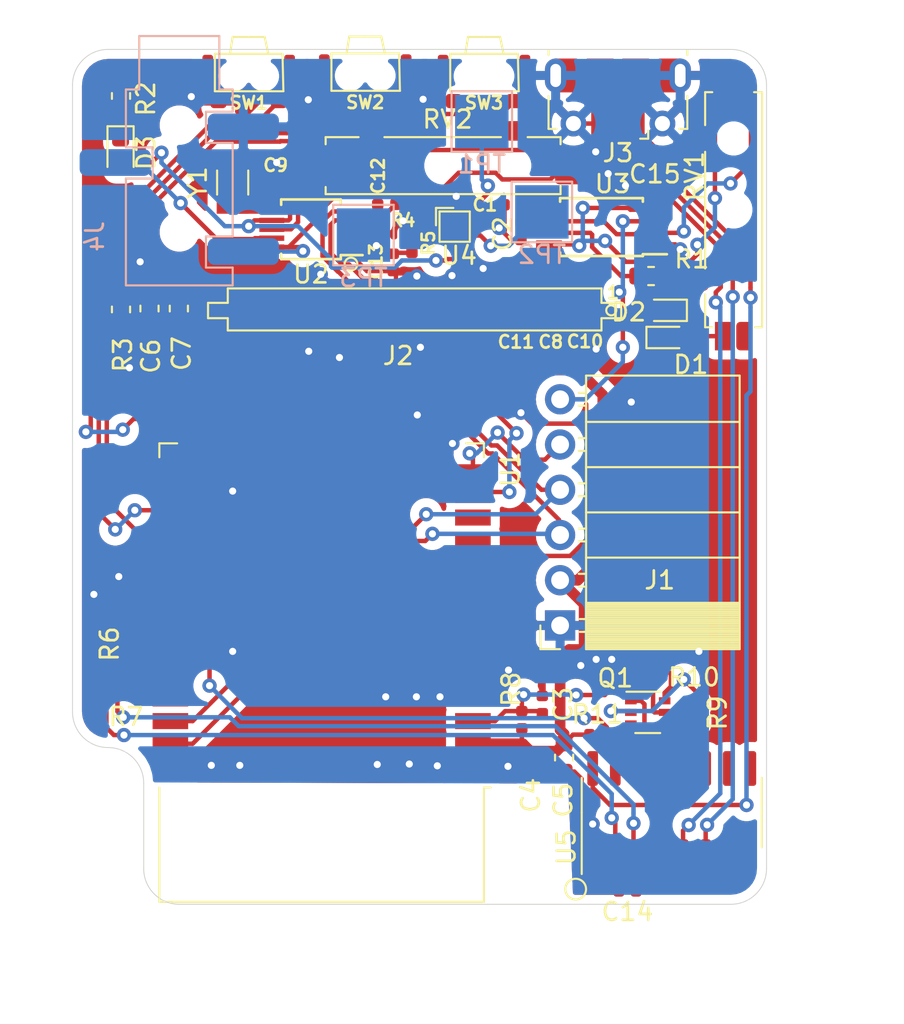
<source format=kicad_pcb>
(kicad_pcb (version 20171130) (host pcbnew 5.1.2-f72e74a~84~ubuntu18.04.1)
  (layers (0 F.Cu signal) (31 B.Cu signal) (34 B.Paste user) (35 F.Paste user) (36 B.SilkS user) (37 F.SilkS user) (38 B.Mask user) (39 F.Mask user) (44 Edge.Cuts user))
  (net 0 "")
  (net 1 "Net-(U1-Pad33)")
  (net 2 "Net-(U1-Pad32)")
  (net 3 "Net-(U1-Pad31)")
  (net 4 "Net-(U1-Pad30)")
  (net 5 "Net-(U1-Pad29)")
  (net 6 "Net-(U1-Pad26)")
  (net 7 "Net-(U1-Pad24)")
  (net 8 "Net-(U1-Pad22)")
  (net 9 "Net-(U1-Pad21)")
  (net 10 "Net-(U1-Pad20)")
  (net 11 "Net-(U1-Pad19)")
  (net 12 "Net-(U1-Pad18)")
  (net 13 "Net-(U1-Pad17)")
  (net 14 "Net-(U1-Pad16)")
  (net 15 "Net-(U1-Pad12)")
  (net 16 "Net-(U1-Pad11)")
  (net 17 "Net-(U1-Pad10)")
  (net 18 "Net-(U1-Pad9)")
  (net 19 "Net-(U1-Pad8)")
  (net 20 "Net-(U1-Pad7)")
  (net 21 "Net-(U1-Pad6)")
  (net 22 "Net-(U1-Pad5)")
  (net 23 "Net-(U1-Pad4)")
  (net 24 "Net-(U2-Pad6)")
  (net 25 "Net-(SW1-Pad2)")
  (net 26 "Net-(SW2-Pad2)")
  (net 27 "Net-(SW3-Pad2)")
  (net 28 "Net-(J2-Pad26)")
  (net 29 "Net-(J2-Pad14)")
  (net 30 "Net-(J2-Pad7)")
  (net 31 "Net-(C1-Pad2)")
  (net 32 GND)
  (net 33 "Net-(C2-Pad1)")
  (net 34 "Net-(D1-Pad1)")
  (net 35 "Net-(D1-Pad2)")
  (net 36 "Net-(D2-Pad1)")
  (net 37 /3V3)
  (net 38 /SDA)
  (net 39 /SCL)
  (net 40 "Net-(C3-Pad1)")
  (net 41 "Net-(D3-Pad1)")
  (net 42 "Net-(C6-Pad1)")
  (net 43 "Net-(C7-Pad1)")
  (net 44 "Net-(C8-Pad2)")
  (net 45 "Net-(C8-Pad1)")
  (net 46 "Net-(C10-Pad2)")
  (net 47 "Net-(C10-Pad1)")
  (net 48 "Net-(C12-Pad2)")
  (net 49 "Net-(C12-Pad1)")
  (net 50 "Net-(C13-Pad2)")
  (net 51 "Net-(R4-Pad1)")
  (net 52 "Net-(R5-Pad1)")
  (net 53 "Net-(TP1-Pad1)")
  (net 54 "Net-(TP2-Pad1)")
  (net 55 "Net-(TP3-Pad1)")
  (net 56 "Net-(J1-Pad6)")
  (net 57 "Net-(J1-Pad5)")
  (net 58 "Net-(C14-Pad1)")
  (net 59 "Net-(C15-Pad2)")
  (net 60 "Net-(J3-Pad3)")
  (net 61 "Net-(J3-Pad2)")
  (net 62 "Net-(Q1-Pad4)")
  (net 63 "Net-(Q1-Pad2)")
  (net 64 "Net-(Q1-Pad5)")
  (net 65 "Net-(Q1-Pad3)")
  (net 66 "Net-(Q1-Pad1)")
  (net 67 "Net-(R6-Pad2)")
  (net 68 "Net-(R6-Pad1)")
  (net 69 "Net-(R7-Pad2)")
  (net 70 "Net-(R7-Pad1)")
  (net 71 "Net-(U5-Pad15)")
  (net 72 "Net-(U5-Pad12)")
  (net 73 "Net-(U5-Pad11)")
  (net 74 "Net-(U5-Pad10)")
  (net 75 "Net-(U5-Pad9)")
  (net 76 "Net-(U5-Pad8)")
  (net 77 "Net-(U5-Pad7)")
  (net 78 "Net-(J3-Pad4)")
  (net 79 "Net-(J4-PadR)")
  (net 80 "Net-(J4-PadT)")
  (module Diode_SMD:D_SOD-523 (layer F.Cu) (at 120.375 68.65 180)
    (fp_text reference D2 (at 2.125 -0.1) (layer F.SilkS))
    (fp_text value D)
    (pad 1 smd rect (at -0.7 0) (size 0.6 0.7) (layers F.Cu F.Paste F.Mask) (net 36 "Net-(D2-Pad1)"))
    (pad 2 smd rect (at 0.7 0) (size 0.6 0.7) (layers F.Cu F.Paste F.Mask) (net 34 "Net-(D1-Pad1)"))
  )
  (module Diode_SMD:D_SOD-523 (layer F.Cu) (at 120.4 70.175)
    (fp_text reference D1 (at 1.35 1.525) (layer F.SilkS))
    (fp_text value D)
    (pad 1 smd rect (at -0.7 0 180) (size 0.6 0.7) (layers F.Cu F.Paste F.Mask) (net 34 "Net-(D1-Pad1)"))
    (pad 2 smd rect (at 0.7 0 180) (size 0.6 0.7) (layers F.Cu F.Paste F.Mask) (net 35 "Net-(D1-Pad2)"))
  )
  (module RF_Module:ESP32-WROOM-32 (layer F.Cu) (at 101 86 180)
    (fp_text reference U1 (at -10.61 8.43 270) (layer F.SilkS))
    (fp_text value ESP32-WROOM-32D)
    (pad 38 smd rect (at 8.5 -8.255 180) (size 2 0.9) (layers F.Cu F.Paste F.Mask) (net 32 GND))
    (pad 37 smd rect (at 8.5 -6.985 180) (size 2 0.9) (layers F.Cu F.Paste F.Mask) (net 38 /SDA))
    (pad 36 smd rect (at 8.5 -5.715 180) (size 2 0.9) (layers F.Cu F.Paste F.Mask) (net 39 /SCL))
    (pad 35 smd rect (at 8.5 -4.445 180) (size 2 0.9) (layers F.Cu F.Paste F.Mask) (net 70 "Net-(R7-Pad1)"))
    (pad 34 smd rect (at 8.5 -3.175 180) (size 2 0.9) (layers F.Cu F.Paste F.Mask) (net 68 "Net-(R6-Pad1)"))
    (pad 33 smd rect (at 8.5 -1.905 180) (size 2 0.9) (layers F.Cu F.Paste F.Mask) (net 1 "Net-(U1-Pad33)"))
    (pad 32 smd rect (at 8.5 -0.635 180) (size 2 0.9) (layers F.Cu F.Paste F.Mask) (net 2 "Net-(U1-Pad32)"))
    (pad 31 smd rect (at 8.5 0.635 180) (size 2 0.9) (layers F.Cu F.Paste F.Mask) (net 3 "Net-(U1-Pad31)"))
    (pad 30 smd rect (at 8.5 1.905 180) (size 2 0.9) (layers F.Cu F.Paste F.Mask) (net 4 "Net-(U1-Pad30)"))
    (pad 29 smd rect (at 8.5 3.175 180) (size 2 0.9) (layers F.Cu F.Paste F.Mask) (net 5 "Net-(U1-Pad29)"))
    (pad 28 smd rect (at 8.5 4.445 180) (size 2 0.9) (layers F.Cu F.Paste F.Mask) (net 27 "Net-(SW3-Pad2)"))
    (pad 27 smd rect (at 8.5 5.715 180) (size 2 0.9) (layers F.Cu F.Paste F.Mask) (net 26 "Net-(SW2-Pad2)"))
    (pad 26 smd rect (at 8.5 6.985 180) (size 2 0.9) (layers F.Cu F.Paste F.Mask) (net 6 "Net-(U1-Pad26)"))
    (pad 25 smd rect (at 8.5 8.255 180) (size 2 0.9) (layers F.Cu F.Paste F.Mask) (net 65 "Net-(Q1-Pad3)"))
    (pad 24 smd rect (at 5.715 9.255 270) (size 2 0.9) (layers F.Cu F.Paste F.Mask) (net 7 "Net-(U1-Pad24)"))
    (pad 23 smd rect (at 4.445 9.255 270) (size 2 0.9) (layers F.Cu F.Paste F.Mask) (net 25 "Net-(SW1-Pad2)"))
    (pad 22 smd rect (at 3.175 9.255 270) (size 2 0.9) (layers F.Cu F.Paste F.Mask) (net 8 "Net-(U1-Pad22)"))
    (pad 21 smd rect (at 1.905 9.255 270) (size 2 0.9) (layers F.Cu F.Paste F.Mask) (net 9 "Net-(U1-Pad21)"))
    (pad 20 smd rect (at 0.635 9.255 270) (size 2 0.9) (layers F.Cu F.Paste F.Mask) (net 10 "Net-(U1-Pad20)"))
    (pad 19 smd rect (at -0.635 9.255 270) (size 2 0.9) (layers F.Cu F.Paste F.Mask) (net 11 "Net-(U1-Pad19)"))
    (pad 18 smd rect (at -1.905 9.255 270) (size 2 0.9) (layers F.Cu F.Paste F.Mask) (net 12 "Net-(U1-Pad18)"))
    (pad 17 smd rect (at -3.175 9.255 270) (size 2 0.9) (layers F.Cu F.Paste F.Mask) (net 13 "Net-(U1-Pad17)"))
    (pad 16 smd rect (at -4.445 9.255 270) (size 2 0.9) (layers F.Cu F.Paste F.Mask) (net 14 "Net-(U1-Pad16)"))
    (pad 15 smd rect (at -5.715 9.255 270) (size 2 0.9) (layers F.Cu F.Paste F.Mask) (net 32 GND))
    (pad 14 smd rect (at -8.5 8.255 180) (size 2 0.9) (layers F.Cu F.Paste F.Mask) (net 57 "Net-(J1-Pad5)"))
    (pad 13 smd rect (at -8.5 6.985 180) (size 2 0.9) (layers F.Cu F.Paste F.Mask) (net 29 "Net-(J2-Pad14)"))
    (pad 12 smd rect (at -8.5 5.715 180) (size 2 0.9) (layers F.Cu F.Paste F.Mask) (net 15 "Net-(U1-Pad12)"))
    (pad 11 smd rect (at -8.5 4.445 180) (size 2 0.9) (layers F.Cu F.Paste F.Mask) (net 16 "Net-(U1-Pad11)"))
    (pad 10 smd rect (at -8.5 3.175 180) (size 2 0.9) (layers F.Cu F.Paste F.Mask) (net 17 "Net-(U1-Pad10)"))
    (pad 9 smd rect (at -8.5 1.905 180) (size 2 0.9) (layers F.Cu F.Paste F.Mask) (net 18 "Net-(U1-Pad9)"))
    (pad 8 smd rect (at -8.5 0.635 180) (size 2 0.9) (layers F.Cu F.Paste F.Mask) (net 19 "Net-(U1-Pad8)"))
    (pad 7 smd rect (at -8.5 -0.635 180) (size 2 0.9) (layers F.Cu F.Paste F.Mask) (net 20 "Net-(U1-Pad7)"))
    (pad 6 smd rect (at -8.5 -1.905 180) (size 2 0.9) (layers F.Cu F.Paste F.Mask) (net 21 "Net-(U1-Pad6)"))
    (pad 5 smd rect (at -8.5 -3.175 180) (size 2 0.9) (layers F.Cu F.Paste F.Mask) (net 22 "Net-(U1-Pad5)"))
    (pad 4 smd rect (at -8.5 -4.445 180) (size 2 0.9) (layers F.Cu F.Paste F.Mask) (net 23 "Net-(U1-Pad4)"))
    (pad 3 smd rect (at -8.5 -5.715 180) (size 2 0.9) (layers F.Cu F.Paste F.Mask) (net 40 "Net-(C3-Pad1)"))
    (pad 2 smd rect (at -8.5 -6.985 180) (size 2 0.9) (layers F.Cu F.Paste F.Mask) (net 37 /3V3))
    (pad 1 smd rect (at -8.5 -8.255 180) (size 2 0.9) (layers F.Cu F.Paste F.Mask) (net 32 GND))
  )
  (module corelib:Boom-audiojack-PJ-320B (layer B.Cu) (at 93 60.25)
    (fp_text reference J4 (at -4.75 4.25 -90) (layer B.SilkS) (effects (justify mirror)))
    (fp_text value AudioJack3)
    (pad R smd roundrect (at -3.6 0.1) (size 4 1.5) (layers B.Cu B.Paste B.Mask) (net 79 "Net-(J4-PadR)"))
    (pad S smd roundrect (at 3.6 -1.9) (size 4 1.5) (layers B.Cu B.Paste B.Mask) (net 32 GND))
    (pad T smd roundrect (at 3.6 5.1) (size 4 1.5) (layers B.Cu B.Paste B.Mask) (net 80 "Net-(J4-PadT)"))
    (pad "" np_thru_hole circle (at 0 -2) (size 1.2 1.2) (drill 1.2) (layers *.Cu *.Mask))
    (pad "" np_thru_hole circle (at 0 4) (size 1.2 1.2) (drill 1.2) (layers *.Cu *.Mask))
  )
  (module Connector_USB:USB_Micro-B_Molex-105017-0001 (layer F.Cu) (at 117.65 56.7 180)
    (fp_text reference J3 (at 0 -3.1125) (layer F.SilkS))
    (fp_text value USB_B_Micro)
    (pad 6 smd rect (at -2.9 1.2375 180) (size 1.2 1.9) (layers F.Cu F.Mask) (net 32 GND))
    (pad 6 smd rect (at 2.9 1.2375 180) (size 1.2 1.9) (layers F.Cu F.Mask) (net 32 GND))
    (pad 6 thru_hole oval (at 3.5 1.2375 180) (size 1.2 1.9) (drill oval 0.6 1.3) (layers *.Cu *.Mask) (net 32 GND))
    (pad 6 thru_hole oval (at -3.5 1.2375) (size 1.2 1.9) (drill oval 0.6 1.3) (layers *.Cu *.Mask) (net 32 GND))
    (pad 6 smd rect (at -1 1.2375 180) (size 1.5 1.9) (layers F.Cu F.Paste F.Mask) (net 32 GND))
    (pad 6 thru_hole circle (at 2.5 -1.4625 180) (size 1.45 1.45) (drill 0.85) (layers *.Cu *.Mask) (net 32 GND))
    (pad 3 smd rect (at 0 -1.4625 180) (size 0.4 1.35) (layers F.Cu F.Paste F.Mask) (net 60 "Net-(J3-Pad3)"))
    (pad 4 smd rect (at 0.65 -1.4625 180) (size 0.4 1.35) (layers F.Cu F.Paste F.Mask) (net 78 "Net-(J3-Pad4)"))
    (pad 5 smd rect (at 1.3 -1.4625 180) (size 0.4 1.35) (layers F.Cu F.Paste F.Mask) (net 32 GND))
    (pad 1 smd rect (at -1.3 -1.4625 180) (size 0.4 1.35) (layers F.Cu F.Paste F.Mask) (net 59 "Net-(C15-Pad2)"))
    (pad 2 smd rect (at -0.65 -1.4625 180) (size 0.4 1.35) (layers F.Cu F.Paste F.Mask) (net 61 "Net-(J3-Pad2)"))
    (pad 6 thru_hole circle (at -2.5 -1.4625 180) (size 1.45 1.45) (drill 0.85) (layers *.Cu *.Mask) (net 32 GND))
    (pad 6 smd rect (at 1 1.2375 180) (size 1.5 1.9) (layers F.Cu F.Paste F.Mask) (net 32 GND))
  )
  (module Package_SO:SOIC-16_3.9x9.9mm_P1.27mm (layer F.Cu) (at 120.675 96.85 90)
    (fp_text reference U5 (at -1.95 -5.925 90) (layer F.SilkS))
    (fp_text value CH340C)
    (pad 16 smd roundrect (at 2.475 -4.445 90) (size 1.95 0.6) (layers F.Cu F.Paste F.Mask) (net 59 "Net-(C15-Pad2)"))
    (pad 15 smd roundrect (at 2.475 -3.175 90) (size 1.95 0.6) (layers F.Cu F.Paste F.Mask) (net 71 "Net-(U5-Pad15)"))
    (pad 14 smd roundrect (at 2.475 -1.905 90) (size 1.95 0.6) (layers F.Cu F.Paste F.Mask) (net 66 "Net-(Q1-Pad1)"))
    (pad 13 smd roundrect (at 2.475 -0.635 90) (size 1.95 0.6) (layers F.Cu F.Paste F.Mask) (net 62 "Net-(Q1-Pad4)"))
    (pad 12 smd roundrect (at 2.475 0.635 90) (size 1.95 0.6) (layers F.Cu F.Paste F.Mask) (net 72 "Net-(U5-Pad12)"))
    (pad 11 smd roundrect (at 2.475 1.905 90) (size 1.95 0.6) (layers F.Cu F.Paste F.Mask) (net 73 "Net-(U5-Pad11)"))
    (pad 10 smd roundrect (at 2.475 3.175 90) (size 1.95 0.6) (layers F.Cu F.Paste F.Mask) (net 74 "Net-(U5-Pad10)"))
    (pad 9 smd roundrect (at 2.475 4.445 90) (size 1.95 0.6) (layers F.Cu F.Paste F.Mask) (net 75 "Net-(U5-Pad9)"))
    (pad 8 smd roundrect (at -2.475 4.445 90) (size 1.95 0.6) (layers F.Cu F.Paste F.Mask) (net 76 "Net-(U5-Pad8)"))
    (pad 7 smd roundrect (at -2.475 3.175 90) (size 1.95 0.6) (layers F.Cu F.Paste F.Mask) (net 77 "Net-(U5-Pad7)"))
    (pad 6 smd roundrect (at -2.475 1.905 90) (size 1.95 0.6) (layers F.Cu F.Paste F.Mask) (net 61 "Net-(J3-Pad2)"))
    (pad 5 smd roundrect (at -2.475 0.635 90) (size 1.95 0.6) (layers F.Cu F.Paste F.Mask) (net 60 "Net-(J3-Pad3)"))
    (pad 4 smd roundrect (at -2.475 -0.635 90) (size 1.95 0.6) (layers F.Cu F.Paste F.Mask) (net 58 "Net-(C14-Pad1)"))
    (pad 3 smd roundrect (at -2.475 -1.905 90) (size 1.95 0.6) (layers F.Cu F.Paste F.Mask) (net 69 "Net-(R7-Pad2)"))
    (pad 2 smd roundrect (at -2.475 -3.175 90) (size 1.95 0.6) (layers F.Cu F.Paste F.Mask) (net 67 "Net-(R6-Pad2)"))
    (pad 1 smd roundrect (at -2.475 -4.445 90) (size 1.95 0.6) (layers F.Cu F.Paste F.Mask) (net 32 GND))
  )
  (module Resistor_SMD:R_0402_1005Metric (layer F.Cu) (at 116.535 92.475 180)
    (fp_text reference R11 (at 0.035 1.15) (layer F.SilkS))
    (fp_text value 10k)
    (pad 2 smd roundrect (at 0.485 0 180) (size 0.59 0.64) (layers F.Cu F.Paste F.Mask) (net 37 /3V3))
    (pad 1 smd roundrect (at -0.485 0 180) (size 0.59 0.64) (layers F.Cu F.Paste F.Mask) (net 65 "Net-(Q1-Pad3)"))
  )
  (module Resistor_SMD:R_0402_1005Metric (layer F.Cu) (at 119.36 89.275 180)
    (fp_text reference R10 (at -2.565 0.025) (layer F.SilkS))
    (fp_text value 10k)
    (pad 2 smd roundrect (at 0.485 0 180) (size 0.59 0.64) (layers F.Cu F.Paste F.Mask) (net 66 "Net-(Q1-Pad1)"))
    (pad 1 smd roundrect (at -0.485 0 180) (size 0.59 0.64) (layers F.Cu F.Paste F.Mask) (net 64 "Net-(Q1-Pad5)"))
  )
  (module Resistor_SMD:R_0402_1005Metric (layer F.Cu) (at 122.075 91.25 270)
    (fp_text reference R9 (at 0 -1.17 90) (layer F.SilkS))
    (fp_text value 10k)
    (pad 2 smd roundrect (at 0.485 0 270) (size 0.59 0.64) (layers F.Cu F.Paste F.Mask) (net 62 "Net-(Q1-Pad4)"))
    (pad 1 smd roundrect (at -0.485 0 270) (size 0.59 0.64) (layers F.Cu F.Paste F.Mask) (net 63 "Net-(Q1-Pad2)"))
  )
  (module Resistor_SMD:R_0402_1005Metric (layer F.Cu) (at 112.25 91.64 270)
    (fp_text reference R8 (at -1.715 0.6 90) (layer F.SilkS))
    (fp_text value 10k)
    (pad 2 smd roundrect (at 0.485 0 270) (size 0.59 0.64) (layers F.Cu F.Paste F.Mask) (net 37 /3V3))
    (pad 1 smd roundrect (at -0.485 0 270) (size 0.59 0.64) (layers F.Cu F.Paste F.Mask) (net 40 "Net-(C3-Pad1)"))
  )
  (module Resistor_SMD:R_0402_1005Metric (layer F.Cu) (at 90.01 90.3 180)
    (fp_text reference R7 (at 0 -1.17) (layer F.SilkS))
    (fp_text value 100R)
    (pad 2 smd roundrect (at 0.485 0 180) (size 0.59 0.64) (layers F.Cu F.Paste F.Mask) (net 69 "Net-(R7-Pad2)"))
    (pad 1 smd roundrect (at -0.485 0 180) (size 0.59 0.64) (layers F.Cu F.Paste F.Mask) (net 70 "Net-(R7-Pad1)"))
  )
  (module Resistor_SMD:R_0402_1005Metric (layer F.Cu) (at 90.25 87.385 90)
    (fp_text reference R6 (at 0 -1.17 90) (layer F.SilkS))
    (fp_text value 100R)
    (pad 2 smd roundrect (at 0.485 0 90) (size 0.59 0.64) (layers F.Cu F.Paste F.Mask) (net 67 "Net-(R6-Pad2)"))
    (pad 1 smd roundrect (at -0.485 0 90) (size 0.59 0.64) (layers F.Cu F.Paste F.Mask) (net 68 "Net-(R6-Pad1)"))
  )
  (module Package_TO_SOT_SMD:SOT-363_SC-70-6 (layer F.Cu) (at 119.325 91.225)
    (fp_text reference Q1 (at -1.825 -1.925) (layer F.SilkS))
    (fp_text value Q_DUAL_NPN_NPN_E1B1C2E2B2C1)
    (pad 6 smd rect (at 0.95 -0.65) (size 0.65 0.4) (layers F.Cu F.Paste F.Mask) (net 40 "Net-(C3-Pad1)"))
    (pad 4 smd rect (at 0.95 0.65) (size 0.65 0.4) (layers F.Cu F.Paste F.Mask) (net 62 "Net-(Q1-Pad4)"))
    (pad 2 smd rect (at -0.95 0) (size 0.65 0.4) (layers F.Cu F.Paste F.Mask) (net 63 "Net-(Q1-Pad2)"))
    (pad 5 smd rect (at 0.95 0) (size 0.65 0.4) (layers F.Cu F.Paste F.Mask) (net 64 "Net-(Q1-Pad5)"))
    (pad 3 smd rect (at -0.95 0.65) (size 0.65 0.4) (layers F.Cu F.Paste F.Mask) (net 65 "Net-(Q1-Pad3)"))
    (pad 1 smd rect (at -0.95 -0.65) (size 0.65 0.4) (layers F.Cu F.Paste F.Mask) (net 66 "Net-(Q1-Pad1)"))
  )
  (module Capacitor_SMD:C_0402_1005Metric (layer F.Cu) (at 120.465 59.75 180)
    (fp_text reference C15 (at 0.74 -1.25) (layer F.SilkS))
    (fp_text value 1u)
    (pad 2 smd roundrect (at 0.485 0 180) (size 0.59 0.64) (layers F.Cu F.Paste F.Mask) (net 59 "Net-(C15-Pad2)"))
    (pad 1 smd roundrect (at -0.485 0 180) (size 0.59 0.64) (layers F.Cu F.Paste F.Mask) (net 32 GND))
  )
  (module Capacitor_SMD:C_0402_1005Metric (layer F.Cu) (at 118.185 101.25 180)
    (fp_text reference C14 (at 0 -1.17) (layer F.SilkS))
    (fp_text value 100n)
    (pad 2 smd roundrect (at 0.485 0 180) (size 0.59 0.64) (layers F.Cu F.Paste F.Mask) (net 32 GND))
    (pad 1 smd roundrect (at -0.485 0 180) (size 0.59 0.64) (layers F.Cu F.Paste F.Mask) (net 58 "Net-(C14-Pad1)"))
  )
  (module TestPoint:TestPoint_Pad_3.0x3.0mm (layer B.Cu) (at 103.35 64.425)
    (fp_text reference TP3 (at 0 2.398) (layer B.SilkS) (effects (justify mirror)))
    (fp_text value TestPoint)
    (pad 1 smd rect (at 0 0) (size 3 3) (layers B.Cu B.Mask) (net 55 "Net-(TP3-Pad1)"))
  )
  (module Resistor_SMD:R_0402_1005Metric (layer F.Cu) (at 106.075 64.935 270)
    (fp_text reference R5 (at -0.065 -0.925 90) (layer F.SilkS) (effects (font (size 0.7 0.7))))
    (fp_text value 47k)
    (pad 2 smd roundrect (at 0.485 0 270) (size 0.59 0.64) (layers F.Cu F.Paste F.Mask) (net 50 "Net-(C13-Pad2)"))
    (pad 1 smd roundrect (at -0.485 0 270) (size 0.59 0.64) (layers F.Cu F.Paste F.Mask) (net 52 "Net-(R5-Pad1)"))
  )
  (module Resistor_SMD:R_0402_1005Metric (layer F.Cu) (at 105.635 62.7 180)
    (fp_text reference R4 (at 0.06 -0.9) (layer F.SilkS) (effects (font (size 0.7 0.7))))
    (fp_text value 47k)
    (pad 2 smd roundrect (at 0.485 0 180) (size 0.59 0.64) (layers F.Cu F.Paste F.Mask) (net 49 "Net-(C12-Pad1)"))
    (pad 1 smd roundrect (at -0.485 0 180) (size 0.59 0.64) (layers F.Cu F.Paste F.Mask) (net 51 "Net-(R4-Pad1)"))
  )
  (module Capacitor_SMD:C_0402_1005Metric (layer F.Cu) (at 105.025 65.96 90)
    (fp_text reference C13 (at 0.06 -0.975 90) (layer F.SilkS) (effects (font (size 0.7 0.7))))
    (fp_text value 15n)
    (pad 2 smd roundrect (at 0.485 0 90) (size 0.59 0.64) (layers F.Cu F.Paste F.Mask) (net 50 "Net-(C13-Pad2)"))
    (pad 1 smd roundrect (at -0.485 0 90) (size 0.59 0.64) (layers F.Cu F.Paste F.Mask) (net 32 GND))
  )
  (module Capacitor_SMD:C_0402_1005Metric (layer F.Cu) (at 104.15 63.185 90)
    (fp_text reference C12 (at 2.085 0.025 90) (layer F.SilkS) (effects (font (size 0.7 0.7))))
    (fp_text value 15n)
    (pad 2 smd roundrect (at 0.485 0 90) (size 0.59 0.64) (layers F.Cu F.Paste F.Mask) (net 48 "Net-(C12-Pad2)"))
    (pad 1 smd roundrect (at -0.485 0 90) (size 0.59 0.64) (layers F.Cu F.Paste F.Mask) (net 49 "Net-(C12-Pad1)"))
  )
  (module Capacitor_SMD:C_0402_1005Metric (layer F.Cu) (at 111.9 66.4 180)
    (fp_text reference C11 (at -0.025 -4.025) (layer F.SilkS) (effects (font (size 0.7 0.7))))
    (fp_text value 1u)
    (pad 2 smd roundrect (at 0.485 0 180) (size 0.59 0.64) (layers F.Cu F.Paste F.Mask) (net 32 GND))
    (pad 1 smd roundrect (at -0.485 0 180) (size 0.59 0.64) (layers F.Cu F.Paste F.Mask) (net 37 /3V3))
  )
  (module Capacitor_SMD:C_0402_1005Metric (layer F.Cu) (at 115.815 66.4)
    (fp_text reference C10 (at -0.015 4) (layer F.SilkS) (effects (font (size 0.7 0.7))))
    (fp_text value 1u)
    (pad 2 smd roundrect (at 0.485 0) (size 0.59 0.64) (layers F.Cu F.Paste F.Mask) (net 46 "Net-(C10-Pad2)"))
    (pad 1 smd roundrect (at -0.485 0) (size 0.59 0.64) (layers F.Cu F.Paste F.Mask) (net 47 "Net-(C10-Pad1)"))
  )
  (module Capacitor_SMD:C_0402_1005Metric (layer F.Cu) (at 98.415 61.675)
    (fp_text reference C9 (at 0 -1.17) (layer F.SilkS) (effects (font (size 0.7 0.7))))
    (fp_text value 1u)
    (pad 2 smd roundrect (at 0.485 0) (size 0.59 0.64) (layers F.Cu F.Paste F.Mask) (net 32 GND))
    (pad 1 smd roundrect (at -0.485 0) (size 0.59 0.64) (layers F.Cu F.Paste F.Mask) (net 37 /3V3))
  )
  (module Capacitor_SMD:C_0402_1005Metric (layer F.Cu) (at 113.865 66.4)
    (fp_text reference C8 (at 0.01 4.025) (layer F.SilkS) (effects (font (size 0.7 0.7))))
    (fp_text value 1u)
    (pad 2 smd roundrect (at 0.485 0) (size 0.59 0.64) (layers F.Cu F.Paste F.Mask) (net 44 "Net-(C8-Pad2)"))
    (pad 1 smd roundrect (at -0.485 0) (size 0.59 0.64) (layers F.Cu F.Paste F.Mask) (net 45 "Net-(C8-Pad1)"))
  )
  (module Capacitor_SMD:C_0402_1005Metric (layer F.Cu) (at 112.725 93.8875 270)
    (fp_text reference C4 (at 1.9875 -0.025 90) (layer F.SilkS))
    (fp_text value 100n)
    (pad 2 smd roundrect (at 0.485 0 270) (size 0.59 0.64) (layers F.Cu F.Paste F.Mask) (net 32 GND))
    (pad 1 smd roundrect (at -0.485 0 270) (size 0.59 0.64) (layers F.Cu F.Paste F.Mask) (net 37 /3V3))
  )
  (module Capacitor_SMD:C_0402_1005Metric (layer F.Cu) (at 113.4 90.7875 90)
    (fp_text reference C3 (at 0.0125 1.175 90) (layer F.SilkS))
    (fp_text value 100n)
    (pad 2 smd roundrect (at 0.485 0 90) (size 0.59 0.64) (layers F.Cu F.Paste F.Mask) (net 32 GND))
    (pad 1 smd roundrect (at -0.485 0 90) (size 0.59 0.64) (layers F.Cu F.Paste F.Mask) (net 40 "Net-(C3-Pad1)"))
  )
  (module Capacitor_SMD:C_0402_1005Metric (layer F.Cu) (at 112.2 64.215 270)
    (fp_text reference C2 (at 0.135 1.025 90) (layer F.SilkS))
    (fp_text value 100n)
    (pad 2 smd roundrect (at 0.485 0 270) (size 0.59 0.64) (layers F.Cu F.Paste F.Mask) (net 32 GND))
    (pad 1 smd roundrect (at -0.485 0 270) (size 0.59 0.64) (layers F.Cu F.Paste F.Mask) (net 33 "Net-(C2-Pad1)"))
  )
  (module Capacitor_SMD:C_0402_1005Metric (layer F.Cu) (at 111.76 62.725)
    (fp_text reference C1 (at -1.585 0) (layer F.SilkS) (effects (font (size 0.7 0.7))))
    (fp_text value 100n)
    (pad 2 smd roundrect (at 0.485 0) (size 0.59 0.64) (layers F.Cu F.Paste F.Mask) (net 31 "Net-(C1-Pad2)"))
    (pad 1 smd roundrect (at -0.485 0) (size 0.59 0.64) (layers F.Cu F.Paste F.Mask) (net 32 GND))
  )
  (module Package_BGA:Texas_DSBGA-9_1.4715x1.4715mm_Layout3x3_P0.5mm (layer F.Cu) (at 108.475 63.95)
    (fp_text reference U4 (at 0.25 1.625 180) (layer F.SilkS))
    (fp_text value AW8010AFCR)
    (pad A2 smd circle (at 0 -0.5) (size 0.165 0.165) (layers F.Cu F.Mask) (net 32 GND))
    (pad A1 smd circle (at -0.5 -0.5) (size 0.165 0.165) (layers F.Cu F.Mask) (net 51 "Net-(R4-Pad1)"))
    (pad B1 smd circle (at -0.5 0) (size 0.165 0.165) (layers F.Cu F.Mask) (net 37 /3V3))
    (pad A3 smd circle (at 0.5 -0.5) (size 0.165 0.165) (layers F.Cu F.Mask) (net 53 "Net-(TP1-Pad1)"))
    (pad C3 smd circle (at 0.5 0.5) (size 0.165 0.165) (layers F.Cu F.Mask) (net 54 "Net-(TP2-Pad1)"))
    (pad C1 smd circle (at -0.5 0.5) (size 0.165 0.165) (layers F.Cu F.Mask) (net 52 "Net-(R5-Pad1)"))
    (pad C2 smd circle (at 0 0.5) (size 0.165 0.165) (layers F.Cu F.Mask) (net 37 /3V3))
    (pad B2 smd circle (at 0 0) (size 0.165 0.165) (layers F.Cu F.Mask) (net 37 /3V3))
    (pad B3 smd circle (at 0.5 0) (size 0.165 0.165) (layers F.Cu F.Paste F.Mask) (net 32 GND))
  )
  (module Package_SO:MSOP-10_3x3mm_P0.5mm (layer F.Cu) (at 100.4 64.1 180)
    (fp_text reference U2 (at 0 -2.525) (layer F.SilkS))
    (fp_text value RDA5807M)
    (pad 10 smd rect (at 2.2 -1 180) (size 1.4 0.3) (layers F.Cu F.Paste F.Mask) (net 80 "Net-(J4-PadT)"))
    (pad 9 smd rect (at 2.2 -0.5 180) (size 1.4 0.3) (layers F.Cu F.Paste F.Mask) (net 79 "Net-(J4-PadR)"))
    (pad 8 smd rect (at 2.2 0 180) (size 1.4 0.3) (layers F.Cu F.Paste F.Mask) (net 32 GND))
    (pad 7 smd rect (at 2.2 0.5 180) (size 1.4 0.3) (layers F.Cu F.Paste F.Mask) (net 37 /3V3))
    (pad 6 smd rect (at 2.2 1 180) (size 1.4 0.3) (layers F.Cu F.Paste F.Mask) (net 24 "Net-(U2-Pad6)"))
    (pad 5 smd rect (at -2.2 1 180) (size 1.4 0.3) (layers F.Cu F.Paste F.Mask) (net 38 /SDA))
    (pad 4 smd rect (at -2.2 0.5 180) (size 1.4 0.3) (layers F.Cu F.Paste F.Mask) (net 39 /SCL))
    (pad 3 smd rect (at -2.2 0 180) (size 1.4 0.3) (layers F.Cu F.Paste F.Mask) (net 32 GND))
    (pad 2 smd rect (at -2.2 -0.5 180) (size 1.4 0.3) (layers F.Cu F.Paste F.Mask) (net 55 "Net-(TP3-Pad1)"))
    (pad 1 smd rect (at -2.2 -1 180) (size 1.4 0.3) (layers F.Cu F.Paste F.Mask) (net 32 GND))
  )
  (module TestPoint:TestPoint_Pad_3.0x3.0mm (layer B.Cu) (at 113.375 63.125)
    (fp_text reference TP2 (at 0 2.398) (layer B.SilkS) (effects (justify mirror)))
    (fp_text value TestPoint)
    (pad 1 smd rect (at 0 0) (size 3 3) (layers B.Cu B.Mask) (net 54 "Net-(TP2-Pad1)"))
  )
  (module TestPoint:TestPoint_Pad_3.0x3.0mm (layer B.Cu) (at 110 58.05)
    (fp_text reference TP1 (at 0 2.398) (layer B.SilkS) (effects (justify mirror)))
    (fp_text value TestPoint)
    (pad 1 smd rect (at 0 0) (size 3 3) (layers B.Cu B.Mask) (net 53 "Net-(TP1-Pad1)"))
  )
  (module corelib:ALPS-RS08U (layer F.Cu) (at 107.825 60.525 180)
    (fp_text reference RV2 (at -0.25 2.6) (layer F.SilkS))
    (fp_text value R_POT)
    (pad "" smd roundrect (at 4 1.95 180) (size 1.1 1.1) (layers F.Cu F.Paste F.Mask))
    (pad "" smd roundrect (at -4 1.95 180) (size 1.1 1.1) (layers F.Cu F.Paste F.Mask))
    (pad "" smd roundrect (at 7.1 -0.6 180) (size 1.6 0.9) (layers F.Cu F.Paste F.Mask))
    (pad 3 smd roundrect (at 7.1 0.6 180) (size 1.6 0.9) (layers F.Cu F.Paste F.Mask) (net 32 GND))
    (pad 2 smd roundrect (at -7.1 -0.6 180) (size 1.6 0.9) (layers F.Cu F.Paste F.Mask) (net 48 "Net-(C12-Pad2)"))
    (pad 1 smd roundrect (at -7.1 0.6 180) (size 1.6 0.9) (layers F.Cu F.Paste F.Mask) (net 80 "Net-(J4-PadT)"))
    (pad "" np_thru_hole circle (at -4 0 180) (size 0.9 0.9) (drill 0.9) (layers *.Cu *.Mask))
    (pad "" np_thru_hole circle (at 0 0 180) (size 1.1 1.1) (drill 1.1) (layers *.Cu *.Mask))
  )
  (module Resistor_SMD:R_0603_1608Metric (layer F.Cu) (at 89.725 68.6 90)
    (fp_text reference R3 (at -2.55 0.1 90) (layer F.SilkS))
    (fp_text value 910k)
    (pad 2 smd roundrect (at 0.7875 0 90) (size 0.875 0.95) (layers F.Cu F.Paste F.Mask) (net 32 GND))
    (pad 1 smd roundrect (at -0.7875 0 90) (size 0.875 0.95) (layers F.Cu F.Paste F.Mask) (net 28 "Net-(J2-Pad26)"))
  )
  (module Capacitor_SMD:C_0603_1608Metric (layer F.Cu) (at 92.975 68.55 90)
    (fp_text reference C7 (at -2.525 0.15 90) (layer F.SilkS))
    (fp_text value 2.2u)
    (pad 2 smd roundrect (at 0.7875 0 90) (size 0.875 0.95) (layers F.Cu F.Paste F.Mask) (net 32 GND))
    (pad 1 smd roundrect (at -0.7875 0 90) (size 0.875 0.95) (layers F.Cu F.Paste F.Mask) (net 43 "Net-(C7-Pad1)"))
  )
  (module Capacitor_SMD:C_0603_1608Metric (layer F.Cu) (at 91.325 68.55 90)
    (fp_text reference C6 (at -2.675 0.075 90) (layer F.SilkS))
    (fp_text value 4.7u)
    (pad 2 smd roundrect (at 0.7875 0 90) (size 0.875 0.95) (layers F.Cu F.Paste F.Mask) (net 32 GND))
    (pad 1 smd roundrect (at -0.7875 0 90) (size 0.875 0.95) (layers F.Cu F.Paste F.Mask) (net 42 "Net-(C6-Pad1)"))
  )
  (module Crystal:Crystal_SMD_3215-2Pin_3.2x1.5mm (layer F.Cu) (at 96 61.475 270)
    (fp_text reference Y1 (at 0 1.975 90) (layer F.SilkS))
    (fp_text value Crystal)
    (pad 2 smd rect (at -1.25 0 270) (size 1 1.8) (layers F.Cu F.Paste F.Mask) (net 32 GND))
    (pad 1 smd rect (at 1.25 0 270) (size 1 1.8) (layers F.Cu F.Paste F.Mask) (net 24 "Net-(U2-Pad6)"))
  )
  (module Resistor_SMD:R_0603_1608Metric (layer F.Cu) (at 89.725 56.6125 90)
    (fp_text reference R2 (at -0.1625 1.4 90) (layer F.SilkS))
    (fp_text value 330R)
    (pad 2 smd roundrect (at 0.7875 0 90) (size 0.875 0.95) (layers F.Cu F.Paste F.Mask) (net 32 GND))
    (pad 1 smd roundrect (at -0.7875 0 90) (size 0.875 0.95) (layers F.Cu F.Paste F.Mask) (net 41 "Net-(D3-Pad1)"))
  )
  (module LED_SMD:LED_0603_1608Metric (layer F.Cu) (at 89.7 59.8 270)
    (fp_text reference D3 (at 0 -1.43 90) (layer F.SilkS))
    (fp_text value LED)
    (pad 2 smd roundrect (at 0.7875 0 270) (size 0.875 0.95) (layers F.Cu F.Paste F.Mask) (net 37 /3V3))
    (pad 1 smd roundrect (at -0.7875 0 270) (size 0.875 0.95) (layers F.Cu F.Paste F.Mask) (net 41 "Net-(D3-Pad1)"))
  )
  (module Capacitor_SMD:C_0603_1608Metric (layer F.Cu) (at 114.625 93.7625 270)
    (fp_text reference C5 (at 2.3875 0.05 90) (layer F.SilkS))
    (fp_text value 22u)
    (pad 2 smd roundrect (at 0.7875 0 270) (size 0.875 0.95) (layers F.Cu F.Paste F.Mask) (net 32 GND))
    (pad 1 smd roundrect (at -0.7875 0 270) (size 0.875 0.95) (layers F.Cu F.Paste F.Mask) (net 37 /3V3))
  )
  (module corelib:ALPS-RS08U (layer F.Cu) (at 124.15 63 270)
    (fp_text reference RV1 (at -1.875 2.2 270) (layer F.SilkS))
    (fp_text value R_POT)
    (pad "" smd roundrect (at 4 1.95 270) (size 1.1 1.1) (layers F.Cu F.Paste F.Mask))
    (pad "" smd roundrect (at -4 1.95 270) (size 1.1 1.1) (layers F.Cu F.Paste F.Mask))
    (pad "" smd roundrect (at 7.1 -0.6 270) (size 1.6 0.9) (layers F.Cu F.Paste F.Mask))
    (pad 3 smd rect (at 7.1 0.6 270) (size 1.6 0.9) (layers F.Cu F.Paste F.Mask) (net 35 "Net-(D1-Pad2)"))
    (pad 2 smd rect (at -7.1 -0.6 270) (size 1.6 0.9) (layers F.Cu F.Paste F.Mask) (net 33 "Net-(C2-Pad1)"))
    (pad 1 smd roundrect (at -7.1 0.6 270) (size 1.6 0.9) (layers F.Cu F.Paste F.Mask) (net 36 "Net-(D2-Pad1)"))
    (pad "" np_thru_hole circle (at -4 0 270) (size 0.9 0.9) (drill 0.9) (layers *.Cu *.Mask))
    (pad "" np_thru_hole circle (at 0 0 270) (size 1.1 1.1) (drill 1.1) (layers *.Cu *.Mask))
  )
  (module Resistor_SMD:R_0603_1608Metric (layer F.Cu) (at 119.5125 66.725)
    (fp_text reference R1 (at 2.2875 -0.95) (layer F.SilkS))
    (fp_text value 180R)
    (pad 2 smd roundrect (at 0.7875 0) (size 0.875 0.95) (layers F.Cu F.Paste F.Mask) (net 37 /3V3))
    (pad 1 smd roundrect (at -0.7875 0) (size 0.875 0.95) (layers F.Cu F.Paste F.Mask) (net 34 "Net-(D1-Pad1)"))
  )
  (module corelib:hotbar_30x0.7 (layer F.Cu) (at 106.225 68.6 180)
    (fp_text reference J2 (at 0.925 -2.6) (layer F.SilkS))
    (fp_text value Conn_01x30_Male)
    (fp_text user 1 (at -11.15 0.95) (layer F.SilkS) (effects (font (size 0.7 0.7))))
    (pad 30 smd rect (at 10.15 0 180) (size 0.4 2) (layers F.Cu F.Paste F.Mask) (net 32 GND))
    (pad 29 smd rect (at 9.45 0 180) (size 0.4 2) (layers F.Cu F.Paste F.Mask) (net 32 GND))
    (pad 28 smd rect (at 8.75 0 180) (size 0.4 2) (layers F.Cu F.Paste F.Mask) (net 43 "Net-(C7-Pad1)"))
    (pad 27 smd rect (at 8.05 0 180) (size 0.4 2) (layers F.Cu F.Paste F.Mask) (net 42 "Net-(C6-Pad1)"))
    (pad 26 smd rect (at 7.35 0 180) (size 0.4 2) (layers F.Cu F.Paste F.Mask) (net 28 "Net-(J2-Pad26)"))
    (pad 25 smd rect (at 6.65 0 180) (size 0.4 2) (layers F.Cu F.Paste F.Mask) (net 32 GND))
    (pad 24 smd rect (at 5.95 0 180) (size 0.4 2) (layers F.Cu F.Paste F.Mask) (net 32 GND))
    (pad 23 smd rect (at 5.25 0 180) (size 0.4 2) (layers F.Cu F.Paste F.Mask) (net 32 GND))
    (pad 22 smd rect (at 4.55 0 180) (size 0.4 2) (layers F.Cu F.Paste F.Mask) (net 32 GND))
    (pad 21 smd rect (at 3.85 0 180) (size 0.4 2) (layers F.Cu F.Paste F.Mask) (net 32 GND))
    (pad 20 smd rect (at 3.15 0 180) (size 0.4 2) (layers F.Cu F.Paste F.Mask) (net 38 /SDA))
    (pad 19 smd rect (at 2.45 0 180) (size 0.4 2) (layers F.Cu F.Paste F.Mask) (net 38 /SDA))
    (pad 18 smd rect (at 1.75 0 180) (size 0.4 2) (layers F.Cu F.Paste F.Mask) (net 39 /SCL))
    (pad 17 smd rect (at 1.05 0 180) (size 0.4 2) (layers F.Cu F.Paste F.Mask) (net 32 GND))
    (pad 16 smd rect (at 0.35 0 180) (size 0.4 2) (layers F.Cu F.Paste F.Mask) (net 32 GND))
    (pad 15 smd rect (at -0.35 0 180) (size 0.4 2) (layers F.Cu F.Paste F.Mask) (net 32 GND))
    (pad 14 smd rect (at -1.05 0 180) (size 0.4 2) (layers F.Cu F.Paste F.Mask) (net 29 "Net-(J2-Pad14)"))
    (pad 13 smd rect (at -1.75 0 180) (size 0.4 2) (layers F.Cu F.Paste F.Mask) (net 32 GND))
    (pad 12 smd rect (at -2.45 0 180) (size 0.4 2) (layers F.Cu F.Paste F.Mask) (net 32 GND))
    (pad 11 smd rect (at -3.15 0 180) (size 0.4 2) (layers F.Cu F.Paste F.Mask) (net 37 /3V3))
    (pad 10 smd rect (at -3.85 0 180) (size 0.4 2) (layers F.Cu F.Paste F.Mask) (net 32 GND))
    (pad 9 smd rect (at -4.55 0 180) (size 0.4 2) (layers F.Cu F.Paste F.Mask) (net 37 /3V3))
    (pad 8 smd rect (at -5.25 0 180) (size 0.4 2) (layers F.Cu F.Paste F.Mask) (net 32 GND))
    (pad 7 smd rect (at -5.95 0 180) (size 0.4 2) (layers F.Cu F.Paste F.Mask) (net 30 "Net-(J2-Pad7)"))
    (pad 6 smd rect (at -6.65 0 180) (size 0.4 2) (layers F.Cu F.Paste F.Mask) (net 37 /3V3))
    (pad 5 smd rect (at -7.35 0 180) (size 0.4 2) (layers F.Cu F.Paste F.Mask) (net 45 "Net-(C8-Pad1)"))
    (pad 4 smd rect (at -8.05 0 180) (size 0.4 2) (layers F.Cu F.Paste F.Mask) (net 44 "Net-(C8-Pad2)"))
    (pad 3 smd rect (at -8.75 0 180) (size 0.4 2) (layers F.Cu F.Paste F.Mask) (net 47 "Net-(C10-Pad1)"))
    (pad 2 smd rect (at -9.45 0 180) (size 0.4 2) (layers F.Cu F.Paste F.Mask) (net 46 "Net-(C10-Pad2)"))
    (pad 1 smd rect (at -10.15 0 180) (size 0.4 2) (layers F.Cu F.Paste F.Mask) (net 32 GND))
  )
  (module corelib:1TS003B-1600-3500A (layer F.Cu) (at 110.125 55.5)
    (fp_text reference SW3 (at 0 1.5) (layer F.SilkS) (effects (font (size 0.7 0.7))))
    (fp_text value SW_Push hide)
    (pad 2 smd roundrect (at 1.7 1.4) (size 0.9 0.8) (layers F.Cu F.Paste F.Mask) (net 27 "Net-(SW3-Pad2)"))
    (pad 1 smd roundrect (at -1.7 1.4) (size 0.9 0.8) (layers F.Cu F.Paste F.Mask) (net 32 GND))
    (pad "" smd roundrect (at 2.3 -0.6) (size 0.6 1.2) (layers F.Cu F.Paste F.Mask))
    (pad "" smd roundrect (at -2.3 -0.6) (size 0.6 1.2) (layers F.Cu F.Paste F.Mask))
    (pad "" np_thru_hole circle (at 0.85 0) (size 0.7 0.7) (drill 0.7) (layers *.Cu *.Mask))
    (pad "" np_thru_hole circle (at -0.85 0) (size 0.7 0.7) (drill 0.7) (layers *.Cu *.Mask))
  )
  (module corelib:1TS003B-1600-3500A (layer F.Cu) (at 103.45 55.475)
    (fp_text reference SW2 (at 0 1.5) (layer F.SilkS) (effects (font (size 0.7 0.7))))
    (fp_text value SW_Push hide)
    (pad 2 smd roundrect (at 1.7 1.4) (size 0.9 0.8) (layers F.Cu F.Paste F.Mask) (net 26 "Net-(SW2-Pad2)"))
    (pad 1 smd roundrect (at -1.7 1.4) (size 0.9 0.8) (layers F.Cu F.Paste F.Mask) (net 32 GND))
    (pad "" smd roundrect (at 2.3 -0.6) (size 0.6 1.2) (layers F.Cu F.Paste F.Mask))
    (pad "" smd roundrect (at -2.3 -0.6) (size 0.6 1.2) (layers F.Cu F.Paste F.Mask))
    (pad "" np_thru_hole circle (at 0.85 0) (size 0.7 0.7) (drill 0.7) (layers *.Cu *.Mask))
    (pad "" np_thru_hole circle (at -0.85 0) (size 0.7 0.7) (drill 0.7) (layers *.Cu *.Mask))
  )
  (module corelib:1TS003B-1600-3500A (layer F.Cu) (at 96.9 55.5)
    (fp_text reference SW1 (at 0 1.5) (layer F.SilkS) (effects (font (size 0.7 0.7))))
    (fp_text value SW_Push hide)
    (pad 2 smd roundrect (at 1.7 1.4) (size 0.9 0.8) (layers F.Cu F.Paste F.Mask) (net 25 "Net-(SW1-Pad2)"))
    (pad 1 smd roundrect (at -1.7 1.4) (size 0.9 0.8) (layers F.Cu F.Paste F.Mask) (net 32 GND))
    (pad "" smd roundrect (at 2.3 -0.6) (size 0.6 1.2) (layers F.Cu F.Paste F.Mask))
    (pad "" smd roundrect (at -2.3 -0.6) (size 0.6 1.2) (layers F.Cu F.Paste F.Mask))
    (pad "" np_thru_hole circle (at 0.85 0) (size 0.7 0.7) (drill 0.7) (layers *.Cu *.Mask))
    (pad "" np_thru_hole circle (at -0.85 0) (size 0.7 0.7) (drill 0.7) (layers *.Cu *.Mask))
  )
  (module Package_SO:TSSOP-8_4.4x3mm_P0.65mm (layer F.Cu) (at 116.725 63.975 180)
    (fp_text reference U3 (at -0.625 2.425) (layer F.SilkS))
    (fp_text value TLC555CPS)
    (pad 8 smd rect (at 2.95 -0.975 180) (size 1.45 0.45) (layers F.Cu F.Paste F.Mask) (net 37 /3V3))
    (pad 7 smd rect (at 2.95 -0.325 180) (size 1.45 0.45) (layers F.Cu F.Paste F.Mask) (net 34 "Net-(D1-Pad1)"))
    (pad 6 smd rect (at 2.95 0.325 180) (size 1.45 0.45) (layers F.Cu F.Paste F.Mask) (net 33 "Net-(C2-Pad1)"))
    (pad 5 smd rect (at 2.95 0.975 180) (size 1.45 0.45) (layers F.Cu F.Paste F.Mask) (net 31 "Net-(C1-Pad2)"))
    (pad 4 smd rect (at -2.95 0.975 180) (size 1.45 0.45) (layers F.Cu F.Paste F.Mask) (net 37 /3V3))
    (pad 3 smd rect (at -2.95 0.325 180) (size 1.45 0.45) (layers F.Cu F.Paste F.Mask) (net 56 "Net-(J1-Pad6)"))
    (pad 2 smd rect (at -2.95 -0.325 180) (size 1.45 0.45) (layers F.Cu F.Paste F.Mask) (net 33 "Net-(C2-Pad1)"))
    (pad 1 smd rect (at -2.95 -0.975 180) (size 1.45 0.45) (layers F.Cu F.Paste F.Mask) (net 32 GND))
  )
  (module Connector_PinSocket_2.54mm:PinSocket_1x06_P2.54mm_Horizontal (layer F.Cu) (at 114.4 86.345 180)
    (fp_text reference J1 (at -5.6 2.545) (layer F.SilkS))
    (fp_text value Conn_01x06_Female)
    (pad 6 thru_hole oval (at 0 12.7 180) (size 1.7 1.7) (drill 1) (layers *.Cu *.Mask) (net 56 "Net-(J1-Pad6)"))
    (pad 5 thru_hole oval (at 0 10.16 180) (size 1.7 1.7) (drill 1) (layers *.Cu *.Mask) (net 57 "Net-(J1-Pad5)"))
    (pad 4 thru_hole oval (at 0 7.62 180) (size 1.7 1.7) (drill 1) (layers *.Cu *.Mask) (net 39 /SCL))
    (pad 3 thru_hole oval (at 0 5.08 180) (size 1.7 1.7) (drill 1) (layers *.Cu *.Mask) (net 38 /SDA))
    (pad 2 thru_hole oval (at 0 2.54 180) (size 1.7 1.7) (drill 1) (layers *.Cu *.Mask) (net 37 /3V3))
    (pad 1 thru_hole rect (at 0 0 180) (size 1.7 1.7) (drill 1) (layers *.Cu *.Mask) (net 32 GND))
  )
  (gr_line (start 91 95.2) (end 91 100) (layer Edge.Cuts) (width 0.05))
  (gr_arc (start 93 100) (end 91 100) (angle -90) (layer Edge.Cuts) (width 0.05))
  (gr_arc (start 89 95.2) (end 91 95.2) (angle -90) (layer Edge.Cuts) (width 0.05))
  (gr_circle (center 102.65 66.05) (end 102.725 66.4) (layer F.SilkS) (width 0.12))
  (gr_circle (center 115.275 101.15) (end 115.85 101.05) (layer F.SilkS) (width 0.12))
  (gr_line (start 89 54) (end 124 54) (layer Edge.Cuts) (width 0.05))
  (gr_line (start 87 91.2) (end 87 56) (layer Edge.Cuts) (width 0.05))
  (gr_line (start 124 102) (end 93 102) (layer Edge.Cuts) (width 0.05))
  (gr_line (start 126 56) (end 126 100) (layer Edge.Cuts) (width 0.05))
  (gr_arc (start 89 56) (end 89 54) (angle -90) (layer Edge.Cuts) (width 0.05))
  (gr_arc (start 89 91.2) (end 87 91.2) (angle -90) (layer Edge.Cuts) (width 0.05))
  (gr_arc (start 124 100) (end 124 102) (angle -90) (layer Edge.Cuts) (width 0.05))
  (gr_arc (start 124 56) (end 126 56) (angle -90) (layer Edge.Cuts) (width 0.05))
  (segment (start 96.375 63.1) (end 96 62.725) (width 0.25) (layer F.Cu) (net 24))
  (segment (start 98.2 63.1) (end 96.375 63.1) (width 0.25) (layer F.Cu) (net 24))
  (segment (start 88 75.475) (end 87.74997 75.475) (width 0.25) (layer F.Cu) (net 25))
  (segment (start 88.024969 75.450031) (end 88 75.475) (width 0.25) (layer F.Cu) (net 25))
  (segment (start 94.717193 58.249985) (end 88.02497 64.942209) (width 0.25) (layer F.Cu) (net 25))
  (segment (start 88.02497 64.942209) (end 88.024969 75.450031) (width 0.25) (layer F.Cu) (net 25))
  (via (at 87.74997 75.475) (size 0.8) (drill 0.4) (layers F.Cu B.Cu) (net 25))
  (segment (start 97.250015 58.249985) (end 94.717193 58.249985) (width 0.25) (layer F.Cu) (net 25))
  (segment (start 98.6 56.9) (end 97.250015 58.249985) (width 0.25) (layer F.Cu) (net 25))
  (via (at 89.825 75.35) (size 0.8) (drill 0.4) (layers F.Cu B.Cu) (net 25))
  (segment (start 87.74997 75.475) (end 89.7 75.475) (width 0.25) (layer B.Cu) (net 25))
  (segment (start 89.7 75.475) (end 89.825 75.35) (width 0.25) (layer B.Cu) (net 25))
  (segment (start 89.825 75.35) (end 90.425 74.75) (width 0.25) (layer F.Cu) (net 25))
  (segment (start 90.425 74.75) (end 96.025 74.75) (width 0.25) (layer F.Cu) (net 25))
  (segment (start 96.555 75.28) (end 96.555 76.745) (width 0.25) (layer F.Cu) (net 25))
  (segment (start 96.025 74.75) (end 96.555 75.28) (width 0.25) (layer F.Cu) (net 25))
  (via (at 89.4 80.95) (size 0.8) (drill 0.4) (layers F.Cu B.Cu) (net 26))
  (via (at 90.5 79.875) (size 0.8) (drill 0.4) (layers F.Cu B.Cu) (net 26))
  (segment (start 89.425 80.95) (end 90.5 79.875) (width 0.25) (layer B.Cu) (net 26))
  (segment (start 89.4 80.95) (end 89.425 80.95) (width 0.25) (layer B.Cu) (net 26))
  (segment (start 92.09 79.875) (end 92.5 80.285) (width 0.25) (layer F.Cu) (net 26))
  (segment (start 90.5 79.875) (end 92.09 79.875) (width 0.25) (layer F.Cu) (net 26))
  (segment (start 98.50002 58.699981) (end 98.475 58.725001) (width 0.25) (layer F.Cu) (net 26))
  (segment (start 99.050011 58.69998) (end 98.50002 58.699981) (width 0.25) (layer F.Cu) (net 26))
  (segment (start 98.475 58.725001) (end 94.878586 58.725002) (width 0.25) (layer F.Cu) (net 26))
  (segment (start 94.878586 58.725002) (end 88.47498 65.128608) (width 0.25) (layer F.Cu) (net 26))
  (segment (start 89.000001 80.550001) (end 89.4 80.95) (width 0.25) (layer F.Cu) (net 26))
  (segment (start 100.124981 57.62501) (end 99.050011 58.69998) (width 0.25) (layer F.Cu) (net 26))
  (segment (start 104.39999 57.62501) (end 100.124981 57.62501) (width 0.25) (layer F.Cu) (net 26))
  (segment (start 88.47498 80.02498) (end 89.000001 80.550001) (width 0.25) (layer F.Cu) (net 26))
  (segment (start 105.15 56.875) (end 104.39999 57.62501) (width 0.25) (layer F.Cu) (net 26))
  (segment (start 88.47498 65.128608) (end 88.47498 80.02498) (width 0.25) (layer F.Cu) (net 26))
  (segment (start 98.686421 59.14999) (end 98.6614 59.175011) (width 0.25) (layer F.Cu) (net 27))
  (segment (start 111.825 56.9) (end 111.09999 57.62501) (width 0.25) (layer F.Cu) (net 27))
  (segment (start 111.09999 57.62501) (end 107.14999 57.62501) (width 0.25) (layer F.Cu) (net 27))
  (segment (start 88.92499 79.372992) (end 91.106998 81.555) (width 0.25) (layer F.Cu) (net 27))
  (segment (start 107.14999 57.62501) (end 105.32499 59.45001) (width 0.25) (layer F.Cu) (net 27))
  (segment (start 101.827844 59.45001) (end 101.527824 59.14999) (width 0.25) (layer F.Cu) (net 27))
  (segment (start 105.32499 59.45001) (end 101.827844 59.45001) (width 0.25) (layer F.Cu) (net 27))
  (segment (start 91.106998 81.555) (end 91.25 81.555) (width 0.25) (layer F.Cu) (net 27))
  (segment (start 95.064987 59.175011) (end 88.92499 65.315008) (width 0.25) (layer F.Cu) (net 27))
  (segment (start 91.25 81.555) (end 92.5 81.555) (width 0.25) (layer F.Cu) (net 27))
  (segment (start 101.527824 59.14999) (end 98.686421 59.14999) (width 0.25) (layer F.Cu) (net 27))
  (segment (start 88.92499 65.315008) (end 88.92499 79.372992) (width 0.25) (layer F.Cu) (net 27))
  (segment (start 98.6614 59.175011) (end 95.064987 59.175011) (width 0.25) (layer F.Cu) (net 27))
  (segment (start 93.4625 73.125) (end 96.8 73.125) (width 0.25) (layer F.Cu) (net 28))
  (segment (start 89.725 69.3875) (end 93.4625 73.125) (width 0.25) (layer F.Cu) (net 28))
  (segment (start 98.875 71.05) (end 98.875 68.6) (width 0.25) (layer F.Cu) (net 28))
  (segment (start 96.8 73.125) (end 98.875 71.05) (width 0.25) (layer F.Cu) (net 28))
  (segment (start 107.275 70.875) (end 111.95 75.55) (width 0.25) (layer F.Cu) (net 29))
  (via (at 111.95 75.55) (size 0.8) (drill 0.4) (layers F.Cu B.Cu) (net 29))
  (segment (start 107.275 68.6) (end 107.275 70.875) (width 0.25) (layer F.Cu) (net 29))
  (segment (start 111.95 75.55) (end 111.55 75.95) (width 0.25) (layer B.Cu) (net 29))
  (segment (start 111.55 75.95) (end 111.55 78.85) (width 0.25) (layer B.Cu) (net 29))
  (via (at 111.55 78.85) (size 0.8) (drill 0.4) (layers F.Cu B.Cu) (net 29))
  (segment (start 109.665 78.85) (end 109.5 79.015) (width 0.25) (layer F.Cu) (net 29))
  (segment (start 111.55 78.85) (end 109.665 78.85) (width 0.25) (layer F.Cu) (net 29))
  (segment (start 112.52 63) (end 112.245 62.725) (width 0.25) (layer F.Cu) (net 31))
  (segment (start 113.775 63) (end 112.52 63) (width 0.25) (layer F.Cu) (net 31))
  (segment (start 121.15 55.4625) (end 114.15 55.4625) (width 0.25) (layer F.Cu) (net 32))
  (segment (start 114.15 57.1625) (end 115.15 58.1625) (width 0.25) (layer F.Cu) (net 32))
  (segment (start 114.15 55.4625) (end 114.15 57.1625) (width 0.25) (layer F.Cu) (net 32))
  (segment (start 115.15 58.1625) (end 116.35 58.1625) (width 0.25) (layer F.Cu) (net 32))
  (segment (start 120.95 58.9625) (end 120.95 59.75) (width 0.25) (layer F.Cu) (net 32))
  (segment (start 120.15 58.1625) (end 120.95 58.9625) (width 0.25) (layer F.Cu) (net 32))
  (segment (start 111.475 66.46) (end 111.415 66.4) (width 0.25) (layer F.Cu) (net 32))
  (segment (start 111.475 68.6) (end 111.475 66.46) (width 0.25) (layer F.Cu) (net 32))
  (segment (start 111.02 66.4) (end 111.415 66.4) (width 0.25) (layer F.Cu) (net 32))
  (segment (start 110.075 67.345) (end 111.02 66.4) (width 0.25) (layer F.Cu) (net 32))
  (segment (start 110.075 68.6) (end 110.075 67.345) (width 0.25) (layer F.Cu) (net 32))
  (via (at 116.425 70.825) (size 0.8) (drill 0.4) (layers F.Cu B.Cu) (net 32))
  (via (at 110.075 66.3) (size 0.8) (drill 0.4) (layers F.Cu B.Cu) (net 32))
  (via (at 108.325 66.7) (size 0.8) (drill 0.4) (layers F.Cu B.Cu) (net 32))
  (via (at 106.35 66.725) (size 0.8) (drill 0.4) (layers F.Cu B.Cu) (net 32))
  (via (at 110.975 64.025) (size 0.8) (drill 0.4) (layers F.Cu B.Cu) (net 32))
  (segment (start 110.9 63.95) (end 110.975 64.025) (width 0.25) (layer F.Cu) (net 32))
  (segment (start 108.975 63.95) (end 110.9 63.95) (width 0.25) (layer F.Cu) (net 32))
  (segment (start 108.475 62.33767) (end 108.56266 62.25001) (width 0.25) (layer F.Cu) (net 32))
  (via (at 108.56266 62.25001) (size 0.8) (drill 0.4) (layers F.Cu B.Cu) (net 32))
  (segment (start 108.475 63.45) (end 108.475 62.33767) (width 0.25) (layer F.Cu) (net 32))
  (segment (start 111.275 63.725) (end 110.975 64.025) (width 0.25) (layer F.Cu) (net 32))
  (segment (start 111.275 62.725) (end 111.275 63.725) (width 0.25) (layer F.Cu) (net 32))
  (segment (start 111.65 64.7) (end 110.975 64.025) (width 0.25) (layer F.Cu) (net 32))
  (segment (start 112.2 64.7) (end 111.65 64.7) (width 0.25) (layer F.Cu) (net 32))
  (segment (start 102.375 68.6) (end 102.375 67.8) (width 0.25) (layer F.Cu) (net 32))
  (segment (start 102.375 67.8) (end 101.75 67.175) (width 0.25) (layer F.Cu) (net 32))
  (segment (start 101.675 67.25) (end 101.75 67.175) (width 0.25) (layer F.Cu) (net 32))
  (segment (start 101.675 68.6) (end 101.675 67.25) (width 0.25) (layer F.Cu) (net 32))
  (via (at 105.575 63.625) (size 0.8) (drill 0.4) (layers F.Cu B.Cu) (net 32))
  (segment (start 104.90999 64.29001) (end 105.175001 64.024999) (width 0.25) (layer F.Cu) (net 32))
  (segment (start 105.175001 64.024999) (end 105.575 63.625) (width 0.25) (layer F.Cu) (net 32))
  (segment (start 103.781778 64.29001) (end 104.90999 64.29001) (width 0.25) (layer F.Cu) (net 32))
  (segment (start 103.591768 64.1) (end 103.781778 64.29001) (width 0.25) (layer F.Cu) (net 32))
  (segment (start 102.6 64.1) (end 103.591768 64.1) (width 0.25) (layer F.Cu) (net 32))
  (segment (start 104.605 66.445) (end 105.025 66.445) (width 0.25) (layer F.Cu) (net 32))
  (segment (start 103.545 66.445) (end 104.605 66.445) (width 0.25) (layer F.Cu) (net 32))
  (segment (start 102.6 65.5) (end 103.545 66.445) (width 0.25) (layer F.Cu) (net 32))
  (segment (start 102.6 65.1) (end 102.6 65.5) (width 0.25) (layer F.Cu) (net 32))
  (segment (start 105.175 66.595) (end 105.025 66.445) (width 0.25) (layer F.Cu) (net 32))
  (segment (start 105.175 68.6) (end 105.175 66.595) (width 0.25) (layer F.Cu) (net 32))
  (segment (start 105.875 67.2) (end 106.35 66.725) (width 0.25) (layer F.Cu) (net 32))
  (segment (start 105.875 68.6) (end 105.875 67.2) (width 0.25) (layer F.Cu) (net 32))
  (segment (start 106.575 66.95) (end 106.35 66.725) (width 0.25) (layer F.Cu) (net 32))
  (segment (start 106.575 68.6) (end 106.575 66.95) (width 0.25) (layer F.Cu) (net 32))
  (segment (start 107.975 67.05) (end 108.325 66.7) (width 0.25) (layer F.Cu) (net 32))
  (segment (start 107.975 68.6) (end 107.975 67.05) (width 0.25) (layer F.Cu) (net 32))
  (segment (start 108.675 67.05) (end 108.325 66.7) (width 0.25) (layer F.Cu) (net 32))
  (segment (start 108.675 68.6) (end 108.675 67.05) (width 0.25) (layer F.Cu) (net 32))
  (segment (start 116.375 70.775) (end 116.425 70.825) (width 0.25) (layer F.Cu) (net 32))
  (segment (start 116.375 68.6) (end 116.375 70.775) (width 0.25) (layer F.Cu) (net 32))
  (segment (start 93.8125 68.6) (end 92.975 67.7625) (width 0.25) (layer F.Cu) (net 32))
  (segment (start 96.075 68.6) (end 93.8125 68.6) (width 0.25) (layer F.Cu) (net 32))
  (segment (start 92.975 67.7625) (end 91.325 67.7625) (width 0.25) (layer F.Cu) (net 32))
  (segment (start 89.775 67.7625) (end 89.725 67.8125) (width 0.25) (layer F.Cu) (net 32))
  (segment (start 91.325 67.7625) (end 89.775 67.7625) (width 0.25) (layer F.Cu) (net 32))
  (segment (start 114.33 94.255) (end 114.625 94.55) (width 0.6) (layer F.Cu) (net 32))
  (segment (start 109.5 94.255) (end 111.47 94.255) (width 0.6) (layer F.Cu) (net 32))
  (segment (start 116.745832 100.915832) (end 116.23 100.4) (width 0.25) (layer F.Cu) (net 32))
  (segment (start 117.365832 100.915832) (end 116.745832 100.915832) (width 0.25) (layer F.Cu) (net 32))
  (segment (start 116.23 100.4) (end 116.23 99.325) (width 0.25) (layer F.Cu) (net 32))
  (segment (start 117.7 101.25) (end 117.365832 100.915832) (width 0.25) (layer F.Cu) (net 32))
  (segment (start 115.60499 94.95499) (end 115.60499 95.57999) (width 0.25) (layer F.Cu) (net 32))
  (segment (start 114.625 94.55) (end 115.2 94.55) (width 0.25) (layer F.Cu) (net 32))
  (segment (start 115.2 94.55) (end 115.60499 94.95499) (width 0.25) (layer F.Cu) (net 32))
  (segment (start 116.23 96.205) (end 116.23 97.495) (width 0.25) (layer F.Cu) (net 32))
  (segment (start 115.60499 95.57999) (end 116.23 96.205) (width 0.25) (layer F.Cu) (net 32))
  (segment (start 116.23 97.495) (end 116.23 99.325) (width 0.25) (layer F.Cu) (net 32))
  (via (at 116.23 97.495) (size 0.8) (drill 0.4) (layers F.Cu B.Cu) (net 32))
  (segment (start 99.675012 62.450012) (end 99.234168 62.009168) (width 0.25) (layer F.Cu) (net 32))
  (segment (start 99.675012 63.696401) (end 99.675012 62.450012) (width 0.25) (layer F.Cu) (net 32))
  (segment (start 98.2 64.1) (end 99.271413 64.1) (width 0.25) (layer F.Cu) (net 32))
  (segment (start 99.234168 62.009168) (end 98.9 61.675) (width 0.25) (layer F.Cu) (net 32))
  (segment (start 99.271413 64.1) (end 99.675012 63.696401) (width 0.25) (layer F.Cu) (net 32))
  (segment (start 100.275 67.299817) (end 100.549224 67.025593) (width 0.25) (layer F.Cu) (net 32))
  (via (at 100.949223 66.625594) (size 0.8) (drill 0.4) (layers F.Cu B.Cu) (net 32))
  (segment (start 100.275 68.6) (end 100.275 67.299817) (width 0.25) (layer F.Cu) (net 32))
  (segment (start 100.549224 67.025593) (end 100.949223 66.625594) (width 0.25) (layer F.Cu) (net 32))
  (segment (start 99.575 68.6) (end 99.575 67.8) (width 0.25) (layer F.Cu) (net 32))
  (segment (start 100.749406 66.625594) (end 100.949223 66.625594) (width 0.25) (layer F.Cu) (net 32))
  (segment (start 99.575 67.8) (end 100.749406 66.625594) (width 0.25) (layer F.Cu) (net 32))
  (segment (start 100.975 68.6) (end 100.975 66.651371) (width 0.25) (layer F.Cu) (net 32))
  (segment (start 100.975 66.651371) (end 100.949223 66.625594) (width 0.25) (layer F.Cu) (net 32))
  (segment (start 101.498629 67.175) (end 101.349222 67.025593) (width 0.25) (layer F.Cu) (net 32))
  (segment (start 101.349222 67.025593) (end 100.949223 66.625594) (width 0.25) (layer F.Cu) (net 32))
  (segment (start 101.75 67.175) (end 101.498629 67.175) (width 0.25) (layer F.Cu) (net 32))
  (via (at 121.15 65.225) (size 0.8) (drill 0.4) (layers F.Cu B.Cu) (net 32))
  (segment (start 120.875 64.95) (end 121.15 65.225) (width 0.25) (layer F.Cu) (net 32))
  (segment (start 119.675 64.95) (end 120.875 64.95) (width 0.25) (layer F.Cu) (net 32))
  (via (at 116.4 59.75) (size 0.8) (drill 0.4) (layers F.Cu B.Cu) (net 32))
  (segment (start 116.35 58.1625) (end 116.35 59.7) (width 0.25) (layer F.Cu) (net 32))
  (segment (start 116.35 59.7) (end 116.4 59.75) (width 0.25) (layer F.Cu) (net 32))
  (via (at 107.5 94.225) (size 0.8) (drill 0.4) (layers F.Cu B.Cu) (net 32))
  (segment (start 111.47 94.255) (end 114.33 94.255) (width 0.6) (layer F.Cu) (net 32))
  (via (at 111.47 94.255) (size 0.8) (drill 0.4) (layers F.Cu B.Cu) (net 32))
  (via (at 116.425 88.25) (size 0.8) (drill 0.4) (layers F.Cu B.Cu) (net 32))
  (via (at 117.3 88.25) (size 0.8) (drill 0.4) (layers F.Cu B.Cu) (net 32))
  (via (at 104.125 94.15) (size 0.8) (drill 0.4) (layers F.Cu B.Cu) (net 32))
  (via (at 105.925 94.125) (size 0.8) (drill 0.4) (layers F.Cu B.Cu) (net 32))
  (via (at 106.325 90.34999) (size 0.8) (drill 0.4) (layers F.Cu B.Cu) (net 32))
  (via (at 104.6 90.34999) (size 0.8) (drill 0.4) (layers F.Cu B.Cu) (net 32))
  (via (at 107.65 90.34999) (size 0.8) (drill 0.4) (layers F.Cu B.Cu) (net 32))
  (via (at 98.475 60.35) (size 0.8) (drill 0.4) (layers F.Cu B.Cu) (net 32))
  (segment (start 100.725 59.925) (end 98.9 59.925) (width 0.25) (layer F.Cu) (net 32))
  (segment (start 98.9 59.925) (end 98.475 60.35) (width 0.25) (layer F.Cu) (net 32))
  (via (at 100.25 56.825) (size 0.8) (drill 0.4) (layers F.Cu B.Cu) (net 32))
  (segment (start 101.75 56.875) (end 100.3 56.875) (width 0.25) (layer F.Cu) (net 32))
  (segment (start 100.3 56.875) (end 100.25 56.825) (width 0.25) (layer F.Cu) (net 32))
  (via (at 93.675 56.65) (size 0.8) (drill 0.4) (layers F.Cu B.Cu) (net 32))
  (segment (start 95.2 56.9) (end 93.925 56.9) (width 0.25) (layer F.Cu) (net 32))
  (segment (start 93.925 56.9) (end 93.675 56.65) (width 0.25) (layer F.Cu) (net 32))
  (via (at 106.7 56.8) (size 0.8) (drill 0.4) (layers F.Cu B.Cu) (net 32))
  (segment (start 108.425 56.9) (end 106.8 56.9) (width 0.25) (layer F.Cu) (net 32))
  (segment (start 106.8 56.9) (end 106.7 56.8) (width 0.25) (layer F.Cu) (net 32))
  (via (at 89.6 83.6) (size 0.8) (drill 0.4) (layers F.Cu B.Cu) (net 32))
  (via (at 88.2 84.6) (size 0.8) (drill 0.4) (layers F.Cu B.Cu) (net 32))
  (segment (start 101.675 68.6) (end 101.675 71.25) (width 0.25) (layer F.Cu) (net 32))
  (via (at 102 71.3) (size 0.8) (drill 0.4) (layers F.Cu B.Cu) (net 32))
  (segment (start 101.675 71.25) (end 101.725 71.3) (width 0.25) (layer F.Cu) (net 32))
  (segment (start 101.725 71.3) (end 102 71.3) (width 0.25) (layer F.Cu) (net 32))
  (segment (start 100.275 68.6) (end 100.275 70.95) (width 0.25) (layer F.Cu) (net 32))
  (segment (start 99.575 70.25) (end 99.575 68.6) (width 0.25) (layer F.Cu) (net 32))
  (segment (start 100.275 70.95) (end 99.575 70.25) (width 0.25) (layer F.Cu) (net 32))
  (segment (start 100.975 68.6) (end 100.975 70.725) (width 0.25) (layer F.Cu) (net 32))
  (segment (start 101.425 70.725) (end 101.75 70.4) (width 0.25) (layer F.Cu) (net 32))
  (segment (start 100.975 70.725) (end 101.425 70.725) (width 0.25) (layer F.Cu) (net 32))
  (segment (start 101.75 70.4) (end 102.3 70.4) (width 0.25) (layer F.Cu) (net 32))
  (segment (start 102.375 70.325) (end 102.375 68.6) (width 0.25) (layer F.Cu) (net 32))
  (segment (start 102.3 70.4) (end 102.375 70.325) (width 0.25) (layer F.Cu) (net 32))
  (segment (start 96.775 67.35) (end 96.65 67.225) (width 0.25) (layer F.Cu) (net 32))
  (segment (start 96.775 68.6) (end 96.775 67.35) (width 0.25) (layer F.Cu) (net 32))
  (segment (start 96.65 67.225) (end 96.525 67.225) (width 0.25) (layer F.Cu) (net 32))
  (segment (start 96.075 67.8) (end 96.075 68.6) (width 0.25) (layer F.Cu) (net 32))
  (segment (start 96.525 67.35) (end 96.075 67.8) (width 0.25) (layer F.Cu) (net 32))
  (segment (start 96.525 67.225) (end 96.525 67.35) (width 0.25) (layer F.Cu) (net 32))
  (segment (start 96.075 68.6) (end 96.075 66.525) (width 0.25) (layer F.Cu) (net 32))
  (segment (start 100.275 70.95) (end 100.275 70.95) (width 0.25) (layer F.Cu) (net 32))
  (via (at 100.275 70.95) (size 0.8) (drill 0.4) (layers F.Cu B.Cu) (net 32))
  (via (at 112.2 74.4) (size 0.8) (drill 0.4) (layers F.Cu B.Cu) (net 32))
  (via (at 108.35 76.125) (size 0.8) (drill 0.4) (layers F.Cu B.Cu) (net 32))
  (via (at 106.375 74.525) (size 0.8) (drill 0.4) (layers F.Cu B.Cu) (net 32))
  (via (at 90.2 71.875) (size 0.8) (drill 0.4) (layers F.Cu B.Cu) (net 32))
  (via (at 90.8 65.925) (size 0.8) (drill 0.4) (layers F.Cu B.Cu) (net 32))
  (via (at 118.075 61.65) (size 0.8) (drill 0.4) (layers F.Cu B.Cu) (net 32))
  (via (at 117.1 60.975) (size 0.8) (drill 0.4) (layers F.Cu B.Cu) (net 32))
  (via (at 111.5 88.85) (size 0.8) (drill 0.4) (layers F.Cu B.Cu) (net 32))
  (segment (start 111.575 88.775) (end 111.5 88.85) (width 0.25) (layer F.Cu) (net 32))
  (via (at 94.8 94.2) (size 0.8) (drill 0.4) (layers F.Cu B.Cu) (net 32))
  (via (at 115.562252 88.595011) (size 0.8) (drill 0.4) (layers F.Cu B.Cu) (net 32))
  (via (at 118.4 73.8) (size 0.8) (drill 0.4) (layers F.Cu B.Cu) (net 32))
  (via (at 122.2 87.8) (size 0.8) (drill 0.4) (layers F.Cu B.Cu) (net 32))
  (via (at 96.4 94.2) (size 0.8) (drill 0.4) (layers F.Cu B.Cu) (net 32))
  (via (at 96 87.8) (size 0.8) (drill 0.4) (layers F.Cu B.Cu) (net 32))
  (via (at 96 78.8) (size 0.8) (drill 0.4) (layers F.Cu B.Cu) (net 32))
  (via (at 106.54999 70.725) (size 0.8) (drill 0.4) (layers F.Cu B.Cu) (net 32))
  (segment (start 106.575 68.6) (end 106.575 70.69999) (width 0.25) (layer F.Cu) (net 32))
  (segment (start 106.575 70.69999) (end 106.54999 70.725) (width 0.25) (layer F.Cu) (net 32))
  (segment (start 112.809999 75.009999) (end 115.959999 75.009999) (width 0.25) (layer F.Cu) (net 32))
  (segment (start 108.675 68.6) (end 108.675 70.875) (width 0.25) (layer F.Cu) (net 32))
  (segment (start 108.675 70.875) (end 112.809999 75.009999) (width 0.25) (layer F.Cu) (net 32))
  (segment (start 115.959999 75.009999) (end 116.05 75.1) (width 0.25) (layer F.Cu) (net 32))
  (segment (start 114.964001 82.440001) (end 112.190001 82.440001) (width 0.25) (layer F.Cu) (net 32))
  (segment (start 116.05 75.1) (end 116.05 81.354002) (width 0.25) (layer F.Cu) (net 32))
  (segment (start 116.05 81.354002) (end 114.964001 82.440001) (width 0.25) (layer F.Cu) (net 32))
  (via (at 123.975 61.525) (size 0.8) (drill 0.4) (layers F.Cu B.Cu) (net 33))
  (segment (start 123.975 61.525) (end 125.125 60.375) (width 0.25) (layer F.Cu) (net 33))
  (segment (start 124.75 56.95) (end 124.75 55.9) (width 0.25) (layer F.Cu) (net 33))
  (segment (start 125.125 57.325) (end 124.75 56.95) (width 0.25) (layer F.Cu) (net 33))
  (segment (start 125.125 60.375) (end 125.125 57.325) (width 0.25) (layer F.Cu) (net 33))
  (segment (start 112.28 63.65) (end 112.2 63.73) (width 0.25) (layer F.Cu) (net 33))
  (segment (start 113.775 63.65) (end 112.28 63.65) (width 0.25) (layer F.Cu) (net 33))
  (segment (start 113.775 63.65) (end 116.851996 63.65) (width 0.25) (layer F.Cu) (net 33))
  (segment (start 118.7 64.3) (end 119.675 64.3) (width 0.25) (layer F.Cu) (net 33))
  (segment (start 116.851996 63.65) (end 117.576998 64.375002) (width 0.25) (layer F.Cu) (net 33))
  (segment (start 118.624998 64.375002) (end 118.7 64.3) (width 0.25) (layer F.Cu) (net 33))
  (segment (start 117.576998 64.375002) (end 118.624998 64.375002) (width 0.25) (layer F.Cu) (net 33))
  (segment (start 121.353061 62.871939) (end 121.353061 63.64874) (width 0.25) (layer B.Cu) (net 33))
  (segment (start 122.7 61.525) (end 121.353061 62.871939) (width 0.25) (layer B.Cu) (net 33))
  (segment (start 123.975 61.525) (end 122.7 61.525) (width 0.25) (layer B.Cu) (net 33))
  (segment (start 119.675 64.3) (end 121.267486 64.3) (width 0.25) (layer F.Cu) (net 33))
  (segment (start 121.353061 63.64874) (end 121.353061 64.214425) (width 0.25) (layer B.Cu) (net 33))
  (segment (start 121.267486 64.3) (end 121.353061 64.214425) (width 0.25) (layer F.Cu) (net 33))
  (via (at 121.353061 64.214425) (size 0.8) (drill 0.4) (layers F.Cu B.Cu) (net 33))
  (segment (start 119.675 68.675) (end 119.65 68.65) (width 0.25) (layer F.Cu) (net 34))
  (segment (start 119.675 70.175) (end 119.675 68.675) (width 0.25) (layer F.Cu) (net 34))
  (segment (start 119.65 67.35) (end 119.05 66.75) (width 0.25) (layer F.Cu) (net 34))
  (segment (start 119.65 68.65) (end 119.65 67.35) (width 0.25) (layer F.Cu) (net 34))
  (segment (start 118.1875 66.725) (end 118.725 66.725) (width 0.25) (layer F.Cu) (net 34))
  (segment (start 117.826996 66.725) (end 118.1875 66.725) (width 0.25) (layer F.Cu) (net 34))
  (segment (start 113.775 64.3) (end 116.098 64.3) (width 0.25) (layer F.Cu) (net 34))
  (segment (start 116.199998 65.098002) (end 117.826996 66.725) (width 0.25) (layer F.Cu) (net 34))
  (segment (start 116.098 64.3) (end 116.199998 64.401998) (width 0.25) (layer F.Cu) (net 34))
  (segment (start 116.199998 64.401998) (end 116.199998 65.098002) (width 0.25) (layer F.Cu) (net 34))
  (segment (start 121.2 70.1) (end 121.125 70.175) (width 0.25) (layer F.Cu) (net 35))
  (segment (start 123.55 70.1) (end 121.2 70.1) (width 0.25) (layer F.Cu) (net 35))
  (via (at 123.1 62.35) (size 0.8) (drill 0.4) (layers F.Cu B.Cu) (net 36))
  (segment (start 123.1 57.25) (end 123.1 62.35) (width 0.25) (layer F.Cu) (net 36))
  (segment (start 123.55 55.9) (end 123.55 56.8) (width 0.25) (layer F.Cu) (net 36))
  (segment (start 123.55 56.8) (end 123.1 57.25) (width 0.25) (layer F.Cu) (net 36))
  (segment (start 121.1 66.515685) (end 122.115375 65.50031) (width 0.25) (layer F.Cu) (net 36))
  (segment (start 123.1 62.35) (end 123.1 63.979463) (width 0.25) (layer B.Cu) (net 36))
  (segment (start 122.115375 65.50031) (end 122.115375 64.964088) (width 0.25) (layer F.Cu) (net 36))
  (via (at 122.115375 64.964088) (size 0.8) (drill 0.4) (layers F.Cu B.Cu) (net 36))
  (segment (start 122.515374 64.564089) (end 122.115375 64.964088) (width 0.25) (layer B.Cu) (net 36))
  (segment (start 123.1 63.979463) (end 122.515374 64.564089) (width 0.25) (layer B.Cu) (net 36))
  (segment (start 121.1 68.65) (end 121.1 66.515685) (width 0.25) (layer F.Cu) (net 36))
  (segment (start 112.875 66.89) (end 112.385 66.4) (width 0.25) (layer F.Cu) (net 37))
  (segment (start 112.875 68.6) (end 112.875 66.89) (width 0.25) (layer F.Cu) (net 37))
  (segment (start 109.375 69.85) (end 109.925 70.4) (width 0.25) (layer F.Cu) (net 37))
  (segment (start 109.925 70.4) (end 110.875 70.4) (width 0.25) (layer F.Cu) (net 37))
  (segment (start 109.375 68.6) (end 109.375 69.85) (width 0.25) (layer F.Cu) (net 37))
  (segment (start 112.325 70.4) (end 112.875 69.85) (width 0.25) (layer F.Cu) (net 37))
  (segment (start 110.875 70.4) (end 112.325 70.4) (width 0.25) (layer F.Cu) (net 37))
  (segment (start 112.875 69.85) (end 112.875 68.6) (width 0.25) (layer F.Cu) (net 37))
  (segment (start 110.875 69.95) (end 110.875 70.4) (width 0.25) (layer F.Cu) (net 37))
  (segment (start 110.775 68.6) (end 110.775 69.85) (width 0.25) (layer F.Cu) (net 37))
  (segment (start 110.775 69.85) (end 110.875 69.95) (width 0.25) (layer F.Cu) (net 37))
  (segment (start 107.975 63.95) (end 108.475 63.95) (width 0.25) (layer F.Cu) (net 37))
  (segment (start 108.475 63.95) (end 108.475 64.45) (width 0.25) (layer F.Cu) (net 37))
  (segment (start 108.475 64.45) (end 108.475 65.775) (width 0.25) (layer F.Cu) (net 37))
  (segment (start 109.375 66.675) (end 109.375 68.6) (width 0.25) (layer F.Cu) (net 37))
  (segment (start 108.475 65.775) (end 109.375 66.675) (width 0.25) (layer F.Cu) (net 37))
  (segment (start 112.385 66.34) (end 113.775 64.95) (width 0.25) (layer F.Cu) (net 37))
  (segment (start 112.385 66.4) (end 112.385 66.34) (width 0.25) (layer F.Cu) (net 37))
  (segment (start 119.675 63) (end 118.35 63) (width 0.25) (layer F.Cu) (net 37))
  (via (at 115.675 62.9) (size 0.8) (drill 0.4) (layers F.Cu B.Cu) (net 37))
  (segment (start 118.35 63) (end 118.25 62.9) (width 0.25) (layer F.Cu) (net 37))
  (segment (start 118.25 62.9) (end 115.675 62.9) (width 0.25) (layer F.Cu) (net 37))
  (segment (start 115.675 64.824998) (end 115.474988 65.02501) (width 0.25) (layer B.Cu) (net 37))
  (segment (start 115.675 62.9) (end 115.675 64.824998) (width 0.25) (layer B.Cu) (net 37))
  (segment (start 112.3075 92.985) (end 112.725 93.4025) (width 0.6) (layer F.Cu) (net 37))
  (segment (start 109.5 92.985) (end 112.3075 92.985) (width 0.6) (layer F.Cu) (net 37))
  (segment (start 114.1975 93.4025) (end 114.625 92.975) (width 0.6) (layer F.Cu) (net 37))
  (segment (start 112.725 93.4025) (end 114.1975 93.4025) (width 0.6) (layer F.Cu) (net 37))
  (segment (start 112.25 92.9275) (end 112.3075 92.985) (width 0.25) (layer F.Cu) (net 37))
  (segment (start 112.25 92.125) (end 112.25 92.9275) (width 0.25) (layer F.Cu) (net 37))
  (segment (start 98.2 63.6) (end 99.135003 63.6) (width 0.25) (layer F.Cu) (net 37))
  (segment (start 99.135003 63.6) (end 99.225001 63.510002) (width 0.25) (layer F.Cu) (net 37))
  (segment (start 99.225001 63.510002) (end 99.225001 62.689999) (width 0.25) (layer F.Cu) (net 37))
  (segment (start 98.15501 62.32001) (end 97.93 62.095) (width 0.25) (layer F.Cu) (net 37))
  (segment (start 99.225001 62.689999) (end 98.855012 62.32001) (width 0.25) (layer F.Cu) (net 37))
  (segment (start 97.93 62.095) (end 97.93 61.675) (width 0.25) (layer F.Cu) (net 37))
  (segment (start 98.855012 62.32001) (end 98.15501 62.32001) (width 0.25) (layer F.Cu) (net 37))
  (via (at 96.9 63.925) (size 0.8) (drill 0.4) (layers F.Cu B.Cu) (net 37))
  (segment (start 97.225 63.6) (end 96.9 63.925) (width 0.25) (layer F.Cu) (net 37))
  (segment (start 98.2 63.6) (end 97.225 63.6) (width 0.25) (layer F.Cu) (net 37))
  (via (at 107.425 65.85) (size 0.8) (drill 0.4) (layers F.Cu B.Cu) (net 37))
  (segment (start 105.510002 65.85) (end 107.425 65.85) (width 0.25) (layer B.Cu) (net 37))
  (segment (start 105.110001 66.250001) (end 105.510002 65.85) (width 0.25) (layer B.Cu) (net 37))
  (segment (start 101.589999 66.250001) (end 105.110001 66.250001) (width 0.25) (layer B.Cu) (net 37))
  (segment (start 96.9 63.925) (end 99.674999 63.925) (width 0.25) (layer B.Cu) (net 37))
  (segment (start 101.524999 65.775) (end 101.524999 66.185001) (width 0.25) (layer B.Cu) (net 37))
  (segment (start 99.674999 63.925) (end 101.524999 65.775) (width 0.25) (layer B.Cu) (net 37))
  (segment (start 101.524999 66.185001) (end 101.589999 66.250001) (width 0.25) (layer B.Cu) (net 37))
  (segment (start 108.065685 65.775) (end 108.475 65.775) (width 0.25) (layer F.Cu) (net 37))
  (segment (start 107.990685 65.85) (end 108.065685 65.775) (width 0.25) (layer F.Cu) (net 37))
  (segment (start 107.425 65.85) (end 107.990685 65.85) (width 0.25) (layer F.Cu) (net 37))
  (segment (start 115.125 92.475) (end 114.625 92.975) (width 0.25) (layer F.Cu) (net 37))
  (segment (start 116.05 92.475) (end 115.125 92.475) (width 0.25) (layer F.Cu) (net 37))
  (segment (start 110.875 70.825) (end 110.875 70.4) (width 0.4) (layer F.Cu) (net 37))
  (segment (start 112.344999 72.294999) (end 110.875 70.825) (width 0.4) (layer F.Cu) (net 37))
  (segment (start 119.49999 65.92499) (end 118.09999 65.92499) (width 0.25) (layer F.Cu) (net 37))
  (segment (start 118.09999 65.92499) (end 116.925 64.75) (width 0.25) (layer F.Cu) (net 37))
  (segment (start 120.3 66.725) (end 119.49999 65.92499) (width 0.25) (layer F.Cu) (net 37))
  (via (at 116.925 64.75) (size 0.8) (drill 0.4) (layers F.Cu B.Cu) (net 37))
  (segment (start 115.749998 64.75) (end 115.474988 65.02501) (width 0.25) (layer B.Cu) (net 37))
  (segment (start 116.925 64.75) (end 115.749998 64.75) (width 0.25) (layer B.Cu) (net 37))
  (via (at 115.474988 65.02501) (size 0.8) (drill 0.4) (layers F.Cu B.Cu) (net 37))
  (segment (start 113.775 64.95) (end 115.399978 64.95) (width 0.25) (layer F.Cu) (net 37))
  (segment (start 115.399978 64.95) (end 115.474988 65.02501) (width 0.25) (layer F.Cu) (net 37))
  (segment (start 114.399999 92.212499) (end 114.625 92.4375) (width 0.6) (layer F.Cu) (net 37))
  (segment (start 114.625 92.4375) (end 114.625 92.975) (width 0.6) (layer F.Cu) (net 37))
  (via (at 92 59.8) (size 0.8) (drill 0.4) (layers F.Cu B.Cu) (net 37))
  (segment (start 89.7 60.5875) (end 91.2125 60.5875) (width 0.25) (layer F.Cu) (net 37))
  (segment (start 91.2125 60.5875) (end 92 59.8) (width 0.25) (layer F.Cu) (net 37))
  (segment (start 96.334315 63.925) (end 96.9 63.925) (width 0.25) (layer B.Cu) (net 37))
  (segment (start 95.559315 63.925) (end 96.334315 63.925) (width 0.25) (layer B.Cu) (net 37))
  (segment (start 92 60.365685) (end 95.559315 63.925) (width 0.25) (layer B.Cu) (net 37))
  (segment (start 92 59.8) (end 92 60.365685) (width 0.25) (layer B.Cu) (net 37))
  (segment (start 115.249999 84.654999) (end 114.4 83.805) (width 0.6) (layer F.Cu) (net 37))
  (segment (start 115.750001 85.155001) (end 115.249999 84.654999) (width 0.6) (layer F.Cu) (net 37))
  (segment (start 115.750001 87.595001) (end 115.750001 85.155001) (width 0.6) (layer F.Cu) (net 37))
  (segment (start 114.399999 88.200001) (end 114.904999 87.695001) (width 0.6) (layer F.Cu) (net 37))
  (segment (start 115.650001 87.695001) (end 115.750001 87.595001) (width 0.6) (layer F.Cu) (net 37))
  (segment (start 114.399999 92.212499) (end 114.399999 88.200001) (width 0.6) (layer F.Cu) (net 37))
  (segment (start 114.904999 87.695001) (end 115.650001 87.695001) (width 0.6) (layer F.Cu) (net 37))
  (segment (start 112.05 72) (end 112.025 71.975) (width 0.6) (layer F.Cu) (net 37))
  (segment (start 116.8 73.4) (end 115.4 72) (width 0.6) (layer F.Cu) (net 37))
  (segment (start 115.4 72) (end 112.05 72) (width 0.6) (layer F.Cu) (net 37))
  (segment (start 116.8 82.4) (end 116.8 73.4) (width 0.6) (layer F.Cu) (net 37))
  (segment (start 114.4 83.805) (end 115.395 83.805) (width 0.6) (layer F.Cu) (net 37))
  (segment (start 115.395 83.805) (end 116.8 82.4) (width 0.6) (layer F.Cu) (net 37))
  (segment (start 103.075 68.6) (end 103.775 68.6) (width 0.25) (layer F.Cu) (net 38))
  (segment (start 102.6 63.1) (end 101.613589 63.1) (width 0.25) (layer F.Cu) (net 38))
  (segment (start 101.9364 66.474989) (end 103.075 67.613589) (width 0.25) (layer F.Cu) (net 38))
  (segment (start 101.9114 66.474989) (end 101.9364 66.474989) (width 0.25) (layer F.Cu) (net 38))
  (segment (start 101.049989 63.6636) (end 101.049989 65.613578) (width 0.25) (layer F.Cu) (net 38))
  (segment (start 103.075 67.613589) (end 103.075 68.6) (width 0.25) (layer F.Cu) (net 38))
  (segment (start 101.049989 65.613578) (end 101.9114 66.474989) (width 0.25) (layer F.Cu) (net 38))
  (segment (start 101.613589 63.1) (end 101.049989 63.6636) (width 0.25) (layer F.Cu) (net 38))
  (via (at 107.225 81.2) (size 0.8) (drill 0.4) (layers F.Cu B.Cu) (net 38))
  (segment (start 101.569999 81.599999) (end 106.825001 81.599999) (width 0.25) (layer F.Cu) (net 38))
  (segment (start 93.75 92.985) (end 97.750011 88.984989) (width 0.25) (layer F.Cu) (net 38))
  (segment (start 106.825001 81.599999) (end 107.225 81.2) (width 0.25) (layer F.Cu) (net 38))
  (segment (start 97.750011 85.419987) (end 101.569999 81.599999) (width 0.25) (layer F.Cu) (net 38))
  (segment (start 97.750011 88.984989) (end 97.750011 85.419987) (width 0.25) (layer F.Cu) (net 38))
  (segment (start 92.5 92.985) (end 93.75 92.985) (width 0.25) (layer F.Cu) (net 38))
  (segment (start 114.335 81.2) (end 114.4 81.265) (width 0.25) (layer B.Cu) (net 38))
  (segment (start 107.225 81.2) (end 114.335 81.2) (width 0.25) (layer B.Cu) (net 38))
  (segment (start 110.352939 76.687672) (end 103.775 70.109733) (width 0.25) (layer F.Cu) (net 38))
  (segment (start 114.340001 80.415001) (end 110.612672 76.687672) (width 0.25) (layer F.Cu) (net 38))
  (segment (start 103.775 69.85) (end 103.775 68.6) (width 0.25) (layer F.Cu) (net 38))
  (segment (start 103.775 70.109733) (end 103.775 69.85) (width 0.25) (layer F.Cu) (net 38))
  (segment (start 110.612672 76.687672) (end 110.352939 76.687672) (width 0.25) (layer F.Cu) (net 38))
  (segment (start 101.75 63.6) (end 101.5 63.85) (width 0.25) (layer F.Cu) (net 39))
  (segment (start 102.6 63.6) (end 101.75 63.6) (width 0.25) (layer F.Cu) (net 39))
  (segment (start 102.5386 66.075011) (end 103.3586 66.895011) (width 0.25) (layer F.Cu) (net 39))
  (segment (start 103.3586 66.895011) (end 104.020011 66.895011) (width 0.25) (layer F.Cu) (net 39))
  (segment (start 104.475 67.35) (end 104.475 68.6) (width 0.25) (layer F.Cu) (net 39))
  (segment (start 102.147833 66.075011) (end 102.5386 66.075011) (width 0.25) (layer F.Cu) (net 39))
  (segment (start 101.5 65.427178) (end 102.147833 66.075011) (width 0.25) (layer F.Cu) (net 39))
  (segment (start 104.020011 66.895011) (end 104.475 67.35) (width 0.25) (layer F.Cu) (net 39))
  (segment (start 101.5 63.85) (end 101.5 65.427178) (width 0.25) (layer F.Cu) (net 39))
  (segment (start 101.55 80.983587) (end 105.991413 80.983587) (width 0.25) (layer F.Cu) (net 39))
  (segment (start 105.991413 80.983587) (end 106.875 80.1) (width 0.25) (layer F.Cu) (net 39))
  (segment (start 92.5 91.715) (end 93.75 91.715) (width 0.25) (layer F.Cu) (net 39))
  (segment (start 93.75 91.715) (end 97.3 88.165) (width 0.25) (layer F.Cu) (net 39))
  (segment (start 97.3 88.165) (end 97.3 85.233587) (width 0.25) (layer F.Cu) (net 39))
  (segment (start 97.3 85.233587) (end 101.55 80.983587) (width 0.25) (layer F.Cu) (net 39))
  (via (at 106.875 80.1) (size 0.8) (drill 0.4) (layers F.Cu B.Cu) (net 39))
  (segment (start 110.539339 76.237661) (end 110.862661 76.237661) (width 0.25) (layer F.Cu) (net 39))
  (segment (start 113.35 78.725) (end 114.622919 78.725) (width 0.25) (layer F.Cu) (net 39))
  (segment (start 104.475 70.173322) (end 110.539339 76.237661) (width 0.25) (layer F.Cu) (net 39))
  (segment (start 110.862661 76.237661) (end 113.35 78.725) (width 0.25) (layer F.Cu) (net 39))
  (segment (start 104.475 68.6) (end 104.475 70.173322) (width 0.25) (layer F.Cu) (net 39))
  (segment (start 113.550001 79.574999) (end 114.4 78.725) (width 0.25) (layer B.Cu) (net 39))
  (segment (start 106.875 80.1) (end 113.025 80.1) (width 0.25) (layer B.Cu) (net 39))
  (segment (start 113.025 80.1) (end 113.550001 79.574999) (width 0.25) (layer B.Cu) (net 39))
  (segment (start 111.31 91.155) (end 111.83 91.155) (width 0.25) (layer F.Cu) (net 40))
  (segment (start 111.83 91.155) (end 112.25 91.155) (width 0.25) (layer F.Cu) (net 40))
  (segment (start 110.75 91.715) (end 111.31 91.155) (width 0.25) (layer F.Cu) (net 40))
  (segment (start 109.5 91.715) (end 110.75 91.715) (width 0.25) (layer F.Cu) (net 40))
  (segment (start 113.2825 91.155) (end 113.4 91.2725) (width 0.25) (layer F.Cu) (net 40))
  (segment (start 112.25 91.155) (end 113.2825 91.155) (width 0.25) (layer F.Cu) (net 40))
  (via (at 112.35 90.225) (size 0.8) (drill 0.4) (layers F.Cu B.Cu) (net 40))
  (segment (start 112.25 91.155) (end 112.25 90.325) (width 0.25) (layer F.Cu) (net 40))
  (segment (start 112.25 90.325) (end 112.35 90.225) (width 0.25) (layer F.Cu) (net 40))
  (via (at 115.3 90.25) (size 0.8) (drill 0.4) (layers F.Cu B.Cu) (net 40))
  (segment (start 112.35 90.225) (end 115.275 90.225) (width 0.25) (layer B.Cu) (net 40))
  (segment (start 115.275 90.225) (end 115.3 90.25) (width 0.25) (layer B.Cu) (net 40))
  (segment (start 120.188222 88.62999) (end 120.624998 89.066766) (width 0.25) (layer F.Cu) (net 40))
  (segment (start 120.624998 89.775002) (end 120.275 90.125) (width 0.25) (layer F.Cu) (net 40))
  (segment (start 120.275 90.125) (end 120.275 90.575) (width 0.25) (layer F.Cu) (net 40))
  (segment (start 120.624998 89.066766) (end 120.624998 89.775002) (width 0.25) (layer F.Cu) (net 40))
  (segment (start 116.911768 90.25) (end 118.531778 88.62999) (width 0.25) (layer F.Cu) (net 40))
  (segment (start 118.531778 88.62999) (end 120.188222 88.62999) (width 0.25) (layer F.Cu) (net 40))
  (segment (start 115.3 90.25) (end 116.911768 90.25) (width 0.25) (layer F.Cu) (net 40))
  (segment (start 89.725 58.9875) (end 89.7 59.0125) (width 0.25) (layer F.Cu) (net 41))
  (segment (start 89.725 57.4) (end 89.725 58.9875) (width 0.25) (layer F.Cu) (net 41))
  (segment (start 93.8375 71.85) (end 97.075 71.85) (width 0.25) (layer F.Cu) (net 42))
  (segment (start 91.325 69.3375) (end 93.8375 71.85) (width 0.25) (layer F.Cu) (net 42))
  (segment (start 98.175 70.75) (end 98.175 68.6) (width 0.25) (layer F.Cu) (net 42))
  (segment (start 97.075 71.85) (end 98.175 70.75) (width 0.25) (layer F.Cu) (net 42))
  (segment (start 92.975 69.3375) (end 94.5625 70.925) (width 0.25) (layer F.Cu) (net 43))
  (segment (start 94.5625 70.925) (end 96.85 70.925) (width 0.25) (layer F.Cu) (net 43))
  (segment (start 97.475 70.3) (end 97.475 68.6) (width 0.25) (layer F.Cu) (net 43))
  (segment (start 96.85 70.925) (end 97.475 70.3) (width 0.25) (layer F.Cu) (net 43))
  (segment (start 114.275 66.475) (end 114.35 66.4) (width 0.25) (layer F.Cu) (net 44))
  (segment (start 114.275 68.6) (end 114.275 66.475) (width 0.25) (layer F.Cu) (net 44))
  (segment (start 113.575 66.595) (end 113.38 66.4) (width 0.25) (layer F.Cu) (net 45))
  (segment (start 113.575 68.6) (end 113.575 66.595) (width 0.25) (layer F.Cu) (net 45))
  (segment (start 115.965832 66.734168) (end 116.3 66.4) (width 0.25) (layer F.Cu) (net 46))
  (segment (start 115.965832 67.059168) (end 115.965832 66.734168) (width 0.25) (layer F.Cu) (net 46))
  (segment (start 115.675 67.35) (end 115.965832 67.059168) (width 0.25) (layer F.Cu) (net 46))
  (segment (start 115.675 68.6) (end 115.675 67.35) (width 0.25) (layer F.Cu) (net 46))
  (segment (start 114.975 66.755) (end 115.33 66.4) (width 0.25) (layer F.Cu) (net 47))
  (segment (start 114.975 68.6) (end 114.975 66.755) (width 0.25) (layer F.Cu) (net 47))
  (segment (start 114.025 61.125) (end 114.925 61.125) (width 0.25) (layer F.Cu) (net 48))
  (segment (start 113.849999 61.300001) (end 114.025 61.125) (width 0.25) (layer F.Cu) (net 48))
  (segment (start 111.150001 61.300001) (end 113.849999 61.300001) (width 0.25) (layer F.Cu) (net 48))
  (segment (start 104.15 62.7) (end 104.15 62.305) (width 0.25) (layer F.Cu) (net 48))
  (segment (start 104.15 62.305) (end 104.555 61.9) (width 0.25) (layer F.Cu) (net 48))
  (segment (start 104.555 61.9) (end 107.725 61.9) (width 0.25) (layer F.Cu) (net 48))
  (segment (start 108.700001 60.924999) (end 110.775 60.925) (width 0.25) (layer F.Cu) (net 48))
  (segment (start 107.725 61.9) (end 108.700001 60.924999) (width 0.25) (layer F.Cu) (net 48))
  (segment (start 110.775 60.925) (end 111.150001 61.300001) (width 0.25) (layer F.Cu) (net 48))
  (segment (start 104.18 63.67) (end 104.15 63.67) (width 0.25) (layer F.Cu) (net 49))
  (segment (start 105.15 62.7) (end 104.18 63.67) (width 0.25) (layer F.Cu) (net 49))
  (segment (start 105.08 65.42) (end 105.025 65.475) (width 0.25) (layer F.Cu) (net 50))
  (segment (start 106.075 65.42) (end 105.08 65.42) (width 0.25) (layer F.Cu) (net 50))
  (segment (start 106.87 63.45) (end 106.12 62.7) (width 0.25) (layer F.Cu) (net 51))
  (segment (start 107.975 63.45) (end 106.87 63.45) (width 0.25) (layer F.Cu) (net 51))
  (segment (start 107.975 64.45) (end 106.075 64.45) (width 0.25) (layer F.Cu) (net 52))
  (via (at 110.340602 61.65001) (size 0.8) (drill 0.4) (layers F.Cu B.Cu) (net 53))
  (segment (start 110 58.05) (end 110 61.309408) (width 0.25) (layer B.Cu) (net 53))
  (segment (start 110 61.309408) (end 110.340602 61.65001) (width 0.25) (layer B.Cu) (net 53))
  (segment (start 110.340602 62.084398) (end 110.340602 61.65001) (width 0.25) (layer F.Cu) (net 53))
  (segment (start 108.975 63.45) (end 110.340602 62.084398) (width 0.25) (layer F.Cu) (net 53))
  (via (at 110.5 65.025) (size 0.8) (drill 0.4) (layers F.Cu B.Cu) (net 54))
  (segment (start 108.975 64.45) (end 109.925 64.45) (width 0.25) (layer F.Cu) (net 54))
  (segment (start 109.925 64.45) (end 110.5 65.025) (width 0.25) (layer F.Cu) (net 54))
  (segment (start 110.5 65.025) (end 111.525 65.025) (width 0.25) (layer B.Cu) (net 54))
  (segment (start 111.525 65.025) (end 111.875 64.675) (width 0.25) (layer B.Cu) (net 54))
  (segment (start 111.875 64.625) (end 113.375 63.125) (width 0.25) (layer B.Cu) (net 54))
  (segment (start 111.875 64.675) (end 111.875 64.625) (width 0.25) (layer B.Cu) (net 54))
  (via (at 104.075 65.01502) (size 0.8) (drill 0.4) (layers F.Cu B.Cu) (net 55))
  (segment (start 103.455357 64.6) (end 103.870377 65.01502) (width 0.25) (layer F.Cu) (net 55))
  (segment (start 102.6 64.6) (end 103.455357 64.6) (width 0.25) (layer F.Cu) (net 55))
  (segment (start 103.870377 65.01502) (end 104.075 65.01502) (width 0.25) (layer F.Cu) (net 55))
  (segment (start 117.85 67.625) (end 117.725 67.625) (width 0.25) (layer B.Cu) (net 56))
  (segment (start 119.675 63.65) (end 117.925 63.65) (width 0.25) (layer F.Cu) (net 56))
  (segment (start 117.925 67.55) (end 117.85 67.625) (width 0.25) (layer B.Cu) (net 56))
  (via (at 117.725 67.625) (size 0.8) (drill 0.4) (layers F.Cu B.Cu) (net 56))
  (via (at 117.925 63.65) (size 0.8) (drill 0.4) (layers F.Cu B.Cu) (net 56))
  (segment (start 117.925 63.65) (end 117.925 67.55) (width 0.25) (layer B.Cu) (net 56))
  (via (at 117.925 70.725) (size 0.8) (drill 0.4) (layers F.Cu B.Cu) (net 56))
  (segment (start 115.825 73.645) (end 117.925 71.545) (width 0.25) (layer B.Cu) (net 56))
  (segment (start 117.925 71.545) (end 117.925 70.725) (width 0.25) (layer B.Cu) (net 56))
  (segment (start 117.925 67.825) (end 117.725 67.625) (width 0.25) (layer F.Cu) (net 56))
  (segment (start 117.925 70.725) (end 117.925 67.825) (width 0.25) (layer F.Cu) (net 56))
  (segment (start 114.4 73.645) (end 115.825 73.645) (width 0.25) (layer B.Cu) (net 56))
  (segment (start 110.88734 75.51266) (end 109.719974 76.680026) (width 0.25) (layer B.Cu) (net 57))
  (via (at 109.319974 76.680026) (size 0.8) (drill 0.4) (layers F.Cu B.Cu) (net 57))
  (via (at 110.88734 75.51266) (size 0.8) (drill 0.4) (layers F.Cu B.Cu) (net 57))
  (segment (start 109.719974 76.680026) (end 109.319974 76.680026) (width 0.25) (layer B.Cu) (net 57))
  (segment (start 109.5 77.745) (end 109.5 76.860052) (width 0.25) (layer F.Cu) (net 57))
  (segment (start 112.409679 77.034999) (end 111.287339 75.912659) (width 0.25) (layer F.Cu) (net 57))
  (segment (start 113.550001 77.034999) (end 112.409679 77.034999) (width 0.25) (layer F.Cu) (net 57))
  (segment (start 109.5 76.860052) (end 109.319974 76.680026) (width 0.25) (layer F.Cu) (net 57))
  (segment (start 111.287339 75.912659) (end 110.88734 75.51266) (width 0.25) (layer F.Cu) (net 57))
  (segment (start 114.4 76.185) (end 113.550001 77.034999) (width 0.25) (layer F.Cu) (net 57))
  (segment (start 120.04 99.88) (end 120.04 99.325) (width 0.25) (layer F.Cu) (net 58))
  (segment (start 118.67 101.25) (end 120.04 99.88) (width 0.25) (layer F.Cu) (net 58))
  (segment (start 118.95 58.72) (end 119.98 59.75) (width 0.25) (layer F.Cu) (net 59))
  (segment (start 118.95 58.1625) (end 118.95 58.72) (width 0.25) (layer F.Cu) (net 59))
  (via (at 125.100413 67.932292) (size 0.8) (drill 0.4) (layers F.Cu B.Cu) (net 59))
  (segment (start 124.875 73.425) (end 125.100413 73.199587) (width 0.25) (layer B.Cu) (net 59))
  (segment (start 125.100413 73.199587) (end 125.100413 68.497977) (width 0.25) (layer B.Cu) (net 59))
  (segment (start 125.100413 68.497977) (end 125.100413 67.932292) (width 0.25) (layer B.Cu) (net 59))
  (segment (start 119.98 59.75) (end 119.98 60.497177) (width 0.25) (layer F.Cu) (net 59))
  (segment (start 119.98 60.497177) (end 125.100413 65.61759) (width 0.25) (layer F.Cu) (net 59))
  (segment (start 125.100413 65.61759) (end 125.100413 67.366607) (width 0.25) (layer F.Cu) (net 59))
  (segment (start 125.100413 67.366607) (end 125.100413 67.932292) (width 0.25) (layer F.Cu) (net 59))
  (segment (start 124.875 73.425) (end 124.875 96.425) (width 0.25) (layer B.Cu) (net 59))
  (via (at 124.875 96.425) (size 0.8) (drill 0.4) (layers F.Cu B.Cu) (net 59))
  (segment (start 116.23 95.45) (end 116.23 94.375) (width 0.25) (layer F.Cu) (net 59))
  (segment (start 117.205 96.425) (end 116.23 95.45) (width 0.25) (layer F.Cu) (net 59))
  (segment (start 124.875 96.425) (end 117.205 96.425) (width 0.25) (layer F.Cu) (net 59))
  (segment (start 121.31 97.865) (end 121.625 97.55) (width 0.25) (layer F.Cu) (net 60))
  (segment (start 121.31 99.325) (end 121.31 97.865) (width 0.25) (layer F.Cu) (net 60))
  (via (at 121.625 97.55) (size 0.8) (drill 0.4) (layers F.Cu B.Cu) (net 60))
  (segment (start 117.65 59.0875) (end 117.65 58.1625) (width 0.25) (layer F.Cu) (net 60))
  (segment (start 117.65 59.439998) (end 117.65 59.0875) (width 0.25) (layer F.Cu) (net 60))
  (segment (start 123.15 68.2) (end 123.15 67.634315) (width 0.25) (layer F.Cu) (net 60))
  (segment (start 123.425 67.359315) (end 123.425 65.214998) (width 0.25) (layer F.Cu) (net 60))
  (via (at 123.15 68.2) (size 0.8) (drill 0.4) (layers F.Cu B.Cu) (net 60))
  (segment (start 123.425 65.214998) (end 117.65 59.439998) (width 0.25) (layer F.Cu) (net 60))
  (segment (start 121.625 97.55) (end 123.4 95.775) (width 0.25) (layer B.Cu) (net 60))
  (segment (start 123.15 67.634315) (end 123.425 67.359315) (width 0.25) (layer F.Cu) (net 60))
  (segment (start 123.4 68.45) (end 123.15 68.2) (width 0.25) (layer B.Cu) (net 60))
  (segment (start 123.4 95.775) (end 123.4 68.45) (width 0.25) (layer B.Cu) (net 60))
  (segment (start 122.58 99.325) (end 122.58 97.62032) (width 0.25) (layer F.Cu) (net 61))
  (segment (start 122.58 97.62032) (end 122.660696 97.539624) (width 0.25) (layer F.Cu) (net 61))
  (via (at 122.660696 97.539624) (size 0.8) (drill 0.4) (layers F.Cu B.Cu) (net 61))
  (segment (start 118.3 58.1625) (end 118.3 59.453588) (width 0.25) (layer F.Cu) (net 61))
  (segment (start 124.101234 68.457177) (end 124.101234 67.891492) (width 0.25) (layer B.Cu) (net 61))
  (segment (start 122.660696 97.539624) (end 124.101234 96.099086) (width 0.25) (layer B.Cu) (net 61))
  (segment (start 118.3 59.453588) (end 124.101234 65.254822) (width 0.25) (layer F.Cu) (net 61))
  (segment (start 124.101234 96.099086) (end 124.101234 68.457177) (width 0.25) (layer B.Cu) (net 61))
  (via (at 124.101234 67.891492) (size 0.8) (drill 0.4) (layers F.Cu B.Cu) (net 61))
  (segment (start 124.101234 65.254822) (end 124.101234 67.325807) (width 0.25) (layer F.Cu) (net 61))
  (segment (start 124.101234 67.325807) (end 124.101234 67.891492) (width 0.25) (layer F.Cu) (net 61))
  (segment (start 120.04 92.11) (end 120.275 91.875) (width 0.25) (layer F.Cu) (net 62))
  (segment (start 120.04 94.375) (end 120.04 92.11) (width 0.25) (layer F.Cu) (net 62))
  (segment (start 121.935 91.875) (end 122.075 91.735) (width 0.25) (layer F.Cu) (net 62))
  (segment (start 120.275 91.875) (end 121.935 91.875) (width 0.25) (layer F.Cu) (net 62))
  (via (at 117.25 91.15) (size 0.8) (drill 0.4) (layers F.Cu B.Cu) (net 63))
  (segment (start 118.3 91.15) (end 118.375 91.225) (width 0.25) (layer F.Cu) (net 63))
  (segment (start 117.25 91.15) (end 118.3 91.15) (width 0.25) (layer F.Cu) (net 63))
  (via (at 121.35 89.375) (size 0.8) (drill 0.4) (layers F.Cu B.Cu) (net 63))
  (segment (start 121.749999 89.774999) (end 121.35 89.375) (width 0.25) (layer F.Cu) (net 63))
  (segment (start 122.075 90.765) (end 122.075 90.1) (width 0.25) (layer F.Cu) (net 63))
  (segment (start 119.575 91.15) (end 120.950001 89.774999) (width 0.25) (layer B.Cu) (net 63))
  (segment (start 122.075 90.1) (end 121.749999 89.774999) (width 0.25) (layer F.Cu) (net 63))
  (segment (start 117.25 91.15) (end 119.575 91.15) (width 0.25) (layer B.Cu) (net 63))
  (segment (start 120.950001 89.774999) (end 121.35 89.375) (width 0.25) (layer B.Cu) (net 63))
  (segment (start 119.7 91.225) (end 120.275 91.225) (width 0.25) (layer F.Cu) (net 64))
  (segment (start 119.624999 91.149999) (end 119.7 91.225) (width 0.25) (layer F.Cu) (net 64))
  (segment (start 119.624999 89.915001) (end 119.624999 91.149999) (width 0.25) (layer F.Cu) (net 64))
  (segment (start 119.845 89.695) (end 119.624999 89.915001) (width 0.25) (layer F.Cu) (net 64))
  (segment (start 119.845 89.275) (end 119.845 89.695) (width 0.25) (layer F.Cu) (net 64))
  (segment (start 117.775 92.475) (end 118.375 91.875) (width 0.25) (layer F.Cu) (net 65))
  (segment (start 117.02 92.475) (end 117.775 92.475) (width 0.25) (layer F.Cu) (net 65))
  (via (at 115.75 91.55) (size 0.8) (drill 0.4) (layers F.Cu B.Cu) (net 65))
  (segment (start 116.515 91.55) (end 115.75 91.55) (width 0.25) (layer F.Cu) (net 65))
  (segment (start 117.02 92.475) (end 117.02 92.055) (width 0.25) (layer F.Cu) (net 65))
  (segment (start 117.02 92.055) (end 116.515 91.55) (width 0.25) (layer F.Cu) (net 65))
  (segment (start 96.525 91.55) (end 94.7 89.725) (width 0.25) (layer B.Cu) (net 65))
  (segment (start 115.75 91.55) (end 96.525 91.55) (width 0.25) (layer B.Cu) (net 65))
  (via (at 94.7 89.725) (size 0.8) (drill 0.4) (layers F.Cu B.Cu) (net 65))
  (segment (start 93.75 77.745) (end 92.5 77.745) (width 0.25) (layer F.Cu) (net 65))
  (segment (start 94.7 78.695) (end 93.75 77.745) (width 0.25) (layer F.Cu) (net 65))
  (segment (start 94.7 89.725) (end 94.7 78.695) (width 0.25) (layer F.Cu) (net 65))
  (segment (start 119.14071 90.76571) (end 118.95 90.575) (width 0.25) (layer F.Cu) (net 66))
  (segment (start 119.14071 94.00429) (end 119.14071 90.76571) (width 0.25) (layer F.Cu) (net 66))
  (segment (start 118.95 90.575) (end 118.375 90.575) (width 0.25) (layer F.Cu) (net 66))
  (segment (start 118.77 94.375) (end 119.14071 94.00429) (width 0.25) (layer F.Cu) (net 66))
  (segment (start 118.875 90.075) (end 118.375 90.575) (width 0.25) (layer F.Cu) (net 66))
  (segment (start 118.875 89.275) (end 118.875 90.075) (width 0.25) (layer F.Cu) (net 66))
  (via (at 117.3 97.15) (size 0.8) (drill 0.4) (layers F.Cu B.Cu) (net 67))
  (segment (start 117.5 99.325) (end 117.5 97.35) (width 0.25) (layer F.Cu) (net 67))
  (segment (start 117.5 97.35) (end 117.3 97.15) (width 0.25) (layer F.Cu) (net 67))
  (segment (start 88.90499 92.079288) (end 89.324891 92.499189) (width 0.25) (layer F.Cu) (net 67))
  (via (at 89.890576 92.499189) (size 0.8) (drill 0.4) (layers F.Cu B.Cu) (net 67))
  (segment (start 88.90499 87.82501) (end 88.90499 92.079288) (width 0.25) (layer F.Cu) (net 67))
  (segment (start 89.83 86.9) (end 88.90499 87.82501) (width 0.25) (layer F.Cu) (net 67))
  (segment (start 89.324891 92.499189) (end 89.890576 92.499189) (width 0.25) (layer F.Cu) (net 67))
  (segment (start 90.25 86.9) (end 89.83 86.9) (width 0.25) (layer F.Cu) (net 67))
  (segment (start 117.3 95.8) (end 113.999189 92.499189) (width 0.25) (layer B.Cu) (net 67))
  (segment (start 117.3 97.15) (end 117.3 95.8) (width 0.25) (layer B.Cu) (net 67))
  (segment (start 113.999189 92.499189) (end 90.456261 92.499189) (width 0.25) (layer B.Cu) (net 67))
  (segment (start 90.456261 92.499189) (end 89.890576 92.499189) (width 0.25) (layer B.Cu) (net 67))
  (segment (start 90.25 88.175) (end 90.25 87.87) (width 0.25) (layer F.Cu) (net 68))
  (segment (start 91.25 89.175) (end 90.25 88.175) (width 0.25) (layer F.Cu) (net 68))
  (segment (start 92.5 89.175) (end 91.25 89.175) (width 0.25) (layer F.Cu) (net 68))
  (via (at 89.85 91.5) (size 0.8) (drill 0.4) (layers F.Cu B.Cu) (net 69))
  (segment (start 89.525 91.175) (end 89.85 91.5) (width 0.25) (layer F.Cu) (net 69))
  (segment (start 89.525 90.3) (end 89.525 91.175) (width 0.25) (layer F.Cu) (net 69))
  (via (at 118.525 97.45) (size 0.8) (drill 0.4) (layers F.Cu B.Cu) (net 69))
  (segment (start 118.525 99.08) (end 118.77 99.325) (width 0.25) (layer F.Cu) (net 69))
  (segment (start 118.525 97.45) (end 118.525 99.08) (width 0.25) (layer F.Cu) (net 69))
  (segment (start 96.3386 92.000011) (end 114.136422 92.000011) (width 0.25) (layer B.Cu) (net 69))
  (segment (start 114.136422 92.000011) (end 118.525 96.388589) (width 0.25) (layer B.Cu) (net 69))
  (segment (start 89.85 91.5) (end 95.83859 91.5) (width 0.25) (layer B.Cu) (net 69))
  (segment (start 95.83859 91.5) (end 96.3386 92.000011) (width 0.25) (layer B.Cu) (net 69))
  (segment (start 118.525 96.884315) (end 118.525 97.45) (width 0.25) (layer B.Cu) (net 69))
  (segment (start 118.525 96.388589) (end 118.525 96.884315) (width 0.25) (layer B.Cu) (net 69))
  (segment (start 90.64 90.445) (end 90.495 90.3) (width 0.25) (layer F.Cu) (net 70))
  (segment (start 92.5 90.445) (end 90.64 90.445) (width 0.25) (layer F.Cu) (net 70))
  (via (at 93.075 62.625) (size 0.8) (drill 0.4) (layers F.Cu B.Cu) (net 79))
  (segment (start 90.8 60.35) (end 89.4 60.35) (width 0.25) (layer B.Cu) (net 79))
  (segment (start 93.075 62.625) (end 90.8 60.35) (width 0.25) (layer B.Cu) (net 79))
  (segment (start 97.25 64.6) (end 97.199998 64.650002) (width 0.25) (layer F.Cu) (net 79))
  (segment (start 97.199998 64.650002) (end 95.100002 64.650002) (width 0.25) (layer F.Cu) (net 79))
  (segment (start 93.474999 63.024999) (end 93.075 62.625) (width 0.25) (layer F.Cu) (net 79))
  (segment (start 98.2 64.6) (end 97.25 64.6) (width 0.25) (layer F.Cu) (net 79))
  (segment (start 95.100002 64.650002) (end 93.474999 63.024999) (width 0.25) (layer F.Cu) (net 79))
  (segment (start 103.717176 60.275) (end 106.175 60.275) (width 0.25) (layer F.Cu) (net 80))
  (segment (start 100.599978 63.392198) (end 103.717176 60.275) (width 0.25) (layer F.Cu) (net 80))
  (segment (start 106.175 60.275) (end 106.800001 59.649999) (width 0.25) (layer F.Cu) (net 80))
  (segment (start 106.800001 59.649999) (end 113.749999 59.649999) (width 0.25) (layer F.Cu) (net 80))
  (segment (start 114.025 59.925) (end 114.925 59.925) (width 0.25) (layer F.Cu) (net 80))
  (segment (start 113.749999 59.649999) (end 114.025 59.925) (width 0.25) (layer F.Cu) (net 80))
  (segment (start 99.15 65.1) (end 100.599978 63.650022) (width 0.25) (layer F.Cu) (net 80))
  (segment (start 100.599978 63.650022) (end 100.599978 63.392198) (width 0.25) (layer F.Cu) (net 80))
  (segment (start 98.2 65.1) (end 99.15 65.1) (width 0.25) (layer F.Cu) (net 80))
  (via (at 99.950011 65.325) (size 0.8) (drill 0.4) (layers F.Cu B.Cu) (net 80))
  (segment (start 99.925011 65.35) (end 99.950011 65.325) (width 0.25) (layer B.Cu) (net 80))
  (segment (start 98.2 65.1) (end 99.725011 65.1) (width 0.25) (layer F.Cu) (net 80))
  (segment (start 96.6 65.35) (end 99.925011 65.35) (width 0.25) (layer B.Cu) (net 80))
  (segment (start 99.725011 65.1) (end 99.950011 65.325) (width 0.25) (layer F.Cu) (net 80))
  (zone (net 32) (net_name GND) (layer B.Cu) (connect_pads (clearance 0.508)) (min_thickness 0.254) (fill yes (arc_segments 32) (thermal_gap 0.508) (thermal_bridge_width 0.508))
    (polygon (pts (xy 83.35 51.475) (xy 84 107.9) (xy 133.725 108.75) (xy 133.725 51.225)))
  )
  (zone (net 32) (net_name GND) (layer F.Cu) (connect_pads (clearance 0.508)) (min_thickness 0.254) (fill yes (arc_segments 32) (thermal_gap 0.508) (thermal_bridge_width 0.508))
    (polygon (pts (xy 85.275 51.25) (xy 129.4 52.65) (xy 128.45 106.525) (xy 82.925 104.475)))
  )
  (zone (net 0) (net_name "") (layers F&B.Cu) (connect_pads (clearance 0.508)) (min_thickness 0.254)
    (keepout (tracks not_allowed) (vias not_allowed) (copperpour not_allowed))
    (fill (arc_segments 32) (thermal_gap 0.508) (thermal_bridge_width 0.508))
    (polygon (pts (xy 84.75 95.1375) (xy 114.85 95.225) (xy 115.375 107.15) (xy 86.025 107.375)))
  )
)
</source>
